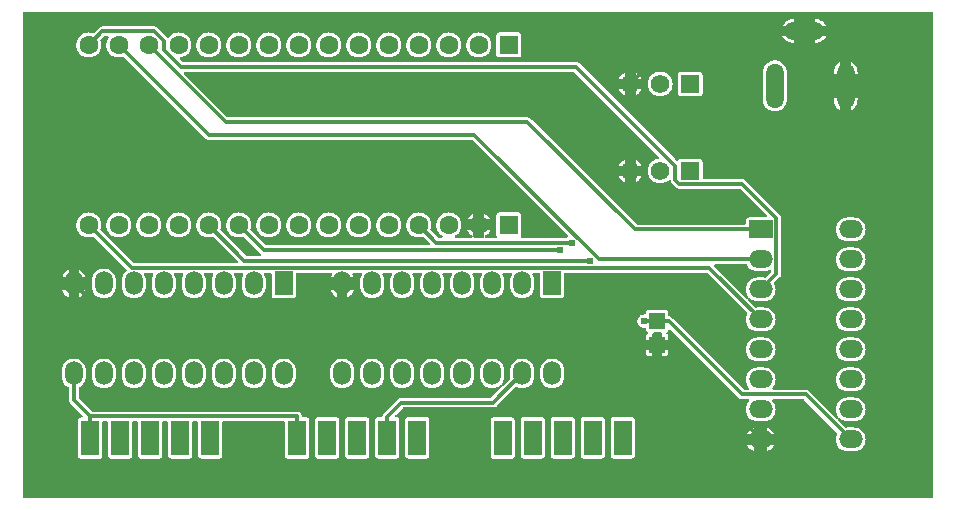
<source format=gtl>
G04 Layer: TopLayer*
G04 EasyEDA v6.5.22, 2023-03-31 14:54:23*
G04 d3f0f356f32e465d957ef3f0493f5931,4db1f7442a1f4f30bb2da465e00f2567,10*
G04 Gerber Generator version 0.2*
G04 Scale: 100 percent, Rotated: No, Reflected: No *
G04 Dimensions in millimeters *
G04 leading zeros omitted , absolute positions ,4 integer and 5 decimal *
%FSLAX45Y45*%
%MOMM*%

%AMMACRO1*21,1,$1,$2,0,0,$3*%
%ADD10C,0.3000*%
%ADD11MACRO1,1.35X1.41X0.0000*%
%ADD12R,1.3500X1.4100*%
%ADD13R,1.5240X3.0000*%
%ADD14O,1.499997X3.7999924*%
%ADD15O,3.3999932X1.499997*%
%ADD16R,1.5748X1.5748*%
%ADD17C,1.5748*%
%ADD18R,1.6000X1.6000*%
%ADD19C,1.6000*%
%ADD20O,1.499997X1.9999959999999999*%
%ADD21R,1.5000X2.0000*%
%ADD22O,1.9999959999999999X1.499997*%
%ADD23R,2.0000X1.5000*%
%ADD24C,0.6100*%
%ADD25C,0.0139*%

%LPD*%
G36*
X7503668Y8280908D02*
G01*
X7499756Y8281670D01*
X7496505Y8283905D01*
X7494270Y8287156D01*
X7493508Y8291068D01*
X7493508Y12384532D01*
X7494270Y12388443D01*
X7496505Y12391694D01*
X7499756Y12393930D01*
X7503668Y12394692D01*
X15189707Y12394692D01*
X15193619Y12393930D01*
X15196870Y12391694D01*
X15199106Y12388443D01*
X15199868Y12384532D01*
X15199868Y8291068D01*
X15199106Y8287156D01*
X15196870Y8283905D01*
X15193619Y8281670D01*
X15189707Y8280908D01*
G37*

%LPC*%
G36*
X11481358Y8611463D02*
G01*
X11632641Y8611463D01*
X11638940Y8612174D01*
X11644426Y8614105D01*
X11649303Y8617204D01*
X11653418Y8621268D01*
X11656466Y8626195D01*
X11658396Y8631631D01*
X11659108Y8637981D01*
X11659108Y8936837D01*
X11658396Y8943136D01*
X11656466Y8948623D01*
X11653418Y8953500D01*
X11649303Y8957614D01*
X11644426Y8960662D01*
X11638940Y8962593D01*
X11632641Y8963304D01*
X11481358Y8963304D01*
X11475059Y8962593D01*
X11469573Y8960662D01*
X11464696Y8957614D01*
X11460581Y8953500D01*
X11457533Y8948623D01*
X11455603Y8943136D01*
X11454892Y8936837D01*
X11454892Y8637981D01*
X11455603Y8631631D01*
X11457533Y8626195D01*
X11460581Y8621268D01*
X11464696Y8617204D01*
X11469573Y8614105D01*
X11475059Y8612174D01*
G37*
G36*
X7988858Y8611463D02*
G01*
X8140141Y8611463D01*
X8146440Y8612174D01*
X8151926Y8614105D01*
X8156803Y8617204D01*
X8160918Y8621268D01*
X8163966Y8626195D01*
X8165896Y8631631D01*
X8166608Y8637981D01*
X8166608Y8918752D01*
X8167370Y8922613D01*
X8169605Y8925915D01*
X8172907Y8928100D01*
X8176768Y8928912D01*
X8205978Y8928912D01*
X8209889Y8928100D01*
X8213140Y8925915D01*
X8215375Y8922613D01*
X8216138Y8918752D01*
X8216138Y8639962D01*
X8216849Y8633663D01*
X8218779Y8628176D01*
X8221827Y8623300D01*
X8225942Y8619185D01*
X8230819Y8616086D01*
X8236305Y8614206D01*
X8242604Y8613495D01*
X8393887Y8613495D01*
X8400186Y8614206D01*
X8405672Y8616086D01*
X8410549Y8619185D01*
X8414664Y8623300D01*
X8417712Y8628176D01*
X8419642Y8633663D01*
X8420354Y8639962D01*
X8420354Y8918752D01*
X8421116Y8922613D01*
X8423351Y8925915D01*
X8426602Y8928100D01*
X8430514Y8928912D01*
X8459978Y8928912D01*
X8463889Y8928100D01*
X8467140Y8925915D01*
X8469376Y8922613D01*
X8470138Y8918752D01*
X8470138Y8639962D01*
X8470849Y8633663D01*
X8472779Y8628176D01*
X8475827Y8623300D01*
X8479942Y8619185D01*
X8484819Y8616086D01*
X8490305Y8614206D01*
X8496604Y8613495D01*
X8647887Y8613495D01*
X8654186Y8614206D01*
X8659672Y8616086D01*
X8664549Y8619185D01*
X8668664Y8623300D01*
X8671712Y8628176D01*
X8673642Y8633663D01*
X8674354Y8639962D01*
X8674354Y8918752D01*
X8675116Y8922613D01*
X8677351Y8925915D01*
X8680602Y8928100D01*
X8684514Y8928912D01*
X8714232Y8928912D01*
X8718143Y8928100D01*
X8721394Y8925915D01*
X8723630Y8922613D01*
X8724392Y8918752D01*
X8724392Y8639962D01*
X8725103Y8633663D01*
X8727033Y8628176D01*
X8730081Y8623300D01*
X8734196Y8619185D01*
X8739073Y8616137D01*
X8744559Y8614206D01*
X8750858Y8613495D01*
X8902141Y8613495D01*
X8908440Y8614206D01*
X8913926Y8616137D01*
X8918803Y8619185D01*
X8922918Y8623300D01*
X8925966Y8628176D01*
X8927896Y8633663D01*
X8928608Y8639962D01*
X8928608Y8918752D01*
X8929370Y8922613D01*
X8931605Y8925915D01*
X8934856Y8928100D01*
X8938768Y8928912D01*
X8968232Y8928912D01*
X8972143Y8928100D01*
X8975394Y8925915D01*
X8977630Y8922613D01*
X8978392Y8918752D01*
X8978392Y8639962D01*
X8979103Y8633663D01*
X8981033Y8628176D01*
X8984081Y8623300D01*
X8988196Y8619185D01*
X8993073Y8616137D01*
X8998559Y8614206D01*
X9004858Y8613495D01*
X9156141Y8613495D01*
X9162440Y8614206D01*
X9167926Y8616137D01*
X9172803Y8619185D01*
X9176918Y8623300D01*
X9179966Y8628176D01*
X9181896Y8633663D01*
X9182608Y8639962D01*
X9182608Y8918752D01*
X9183370Y8922613D01*
X9185605Y8925915D01*
X9188856Y8928100D01*
X9192768Y8928912D01*
X9704832Y8928912D01*
X9708743Y8928100D01*
X9711994Y8925915D01*
X9714230Y8922613D01*
X9714992Y8918752D01*
X9714992Y8637981D01*
X9715703Y8631631D01*
X9717633Y8626195D01*
X9720681Y8621268D01*
X9724796Y8617204D01*
X9729673Y8614105D01*
X9735159Y8612174D01*
X9741458Y8611463D01*
X9892741Y8611463D01*
X9899040Y8612174D01*
X9904526Y8614105D01*
X9909403Y8617204D01*
X9913518Y8621268D01*
X9916566Y8626195D01*
X9918496Y8631631D01*
X9919208Y8637981D01*
X9919208Y8936837D01*
X9918496Y8943136D01*
X9916566Y8948623D01*
X9913518Y8953500D01*
X9909403Y8957614D01*
X9904526Y8960662D01*
X9899040Y8962593D01*
X9892741Y8963304D01*
X9867595Y8963304D01*
X9863937Y8963964D01*
X9860788Y8965946D01*
X9858502Y8968892D01*
X9857486Y8972448D01*
X9857181Y8975598D01*
X9854844Y8983268D01*
X9851085Y8990330D01*
X9845649Y8996883D01*
X9844176Y8998356D01*
X9837623Y9003792D01*
X9830562Y9007551D01*
X9822891Y9009888D01*
X9814407Y9010700D01*
X8087817Y9010700D01*
X8083956Y9011462D01*
X8080654Y9013698D01*
X7968691Y9125661D01*
X7966506Y9128963D01*
X7965694Y9132824D01*
X7965694Y9211106D01*
X7966405Y9214815D01*
X7968386Y9217964D01*
X7971383Y9220200D01*
X7975244Y9222130D01*
X7986217Y9229445D01*
X7996123Y9238183D01*
X8004860Y9248089D01*
X8012175Y9259062D01*
X8018018Y9270898D01*
X8022234Y9283395D01*
X8024825Y9296349D01*
X8025688Y9309811D01*
X8025688Y9359188D01*
X8024825Y9372650D01*
X8022234Y9385604D01*
X8018018Y9398101D01*
X8012175Y9409938D01*
X8004860Y9420910D01*
X7996123Y9430816D01*
X7986217Y9439554D01*
X7975244Y9446869D01*
X7963408Y9452711D01*
X7950911Y9456928D01*
X7937957Y9459518D01*
X7924800Y9460382D01*
X7911642Y9459518D01*
X7898688Y9456928D01*
X7886192Y9452711D01*
X7874355Y9446869D01*
X7863382Y9439554D01*
X7853476Y9430816D01*
X7844739Y9420910D01*
X7837424Y9409938D01*
X7831581Y9398101D01*
X7827365Y9385604D01*
X7824774Y9372650D01*
X7823911Y9359188D01*
X7823911Y9309811D01*
X7824774Y9296349D01*
X7827365Y9283395D01*
X7831581Y9270898D01*
X7837424Y9259062D01*
X7844739Y9248089D01*
X7853476Y9238183D01*
X7863382Y9229445D01*
X7874355Y9222130D01*
X7878216Y9220200D01*
X7881213Y9217964D01*
X7883194Y9214815D01*
X7883906Y9211106D01*
X7883906Y9112199D01*
X7884718Y9103715D01*
X7887055Y9096044D01*
X7890814Y9088983D01*
X7896250Y9082430D01*
X7998002Y8980627D01*
X8000187Y8977325D01*
X8000949Y8973464D01*
X8000187Y8969552D01*
X7998002Y8966250D01*
X7994700Y8964066D01*
X7990789Y8963304D01*
X7988858Y8963304D01*
X7982559Y8962593D01*
X7977073Y8960662D01*
X7972196Y8957614D01*
X7968081Y8953500D01*
X7965033Y8948623D01*
X7963103Y8943136D01*
X7962392Y8936837D01*
X7962392Y8637981D01*
X7963103Y8631631D01*
X7965033Y8626195D01*
X7968081Y8621268D01*
X7972196Y8617204D01*
X7977073Y8614105D01*
X7982559Y8612174D01*
G37*
G36*
X12243358Y8613495D02*
G01*
X12394641Y8613495D01*
X12400940Y8614206D01*
X12406426Y8616137D01*
X12411303Y8619185D01*
X12415418Y8623300D01*
X12418466Y8628176D01*
X12420396Y8633663D01*
X12421108Y8639962D01*
X12421108Y8938818D01*
X12420396Y8945168D01*
X12418466Y8950604D01*
X12415418Y8955532D01*
X12411303Y8959596D01*
X12406426Y8962694D01*
X12400940Y8964574D01*
X12394641Y8965285D01*
X12243358Y8965285D01*
X12237059Y8964574D01*
X12231573Y8962694D01*
X12226696Y8959596D01*
X12222581Y8955532D01*
X12219533Y8950604D01*
X12217603Y8945168D01*
X12216892Y8938818D01*
X12216892Y8639962D01*
X12217603Y8633663D01*
X12219533Y8628176D01*
X12222581Y8623300D01*
X12226696Y8619185D01*
X12231573Y8616137D01*
X12237059Y8614206D01*
G37*
G36*
X10757458Y8613495D02*
G01*
X10908741Y8613495D01*
X10915040Y8614206D01*
X10920526Y8616137D01*
X10925403Y8619185D01*
X10929518Y8623300D01*
X10932566Y8628176D01*
X10934496Y8633663D01*
X10935208Y8639962D01*
X10935208Y8938818D01*
X10934496Y8945168D01*
X10932566Y8950604D01*
X10929518Y8955532D01*
X10925403Y8959596D01*
X10920526Y8962694D01*
X10915040Y8964574D01*
X10908741Y8965285D01*
X10757458Y8965285D01*
X10751159Y8964574D01*
X10745673Y8962694D01*
X10740796Y8959596D01*
X10736681Y8955532D01*
X10733633Y8950604D01*
X10731703Y8945168D01*
X10730992Y8938818D01*
X10730992Y8639962D01*
X10731703Y8633663D01*
X10733633Y8628176D01*
X10736681Y8623300D01*
X10740796Y8619185D01*
X10745673Y8616137D01*
X10751159Y8614206D01*
G37*
G36*
X9995204Y8613495D02*
G01*
X10146487Y8613495D01*
X10152786Y8614206D01*
X10158272Y8616086D01*
X10163149Y8619185D01*
X10167264Y8623300D01*
X10170312Y8628176D01*
X10172242Y8633663D01*
X10172954Y8639962D01*
X10172954Y8938818D01*
X10172242Y8945168D01*
X10170312Y8950604D01*
X10167264Y8955481D01*
X10163149Y8959596D01*
X10158272Y8962694D01*
X10152786Y8964574D01*
X10146487Y8965285D01*
X9995204Y8965285D01*
X9988905Y8964574D01*
X9983419Y8962694D01*
X9978542Y8959596D01*
X9974427Y8955481D01*
X9971379Y8950604D01*
X9969449Y8945168D01*
X9968738Y8938818D01*
X9968738Y8639962D01*
X9969449Y8633663D01*
X9971379Y8628176D01*
X9974427Y8623300D01*
X9978542Y8619185D01*
X9983419Y8616086D01*
X9988905Y8614206D01*
G37*
G36*
X11735104Y8613495D02*
G01*
X11886387Y8613495D01*
X11892686Y8614206D01*
X11898172Y8616086D01*
X11903049Y8619185D01*
X11907164Y8623300D01*
X11910212Y8628176D01*
X11912142Y8633663D01*
X11912854Y8639962D01*
X11912854Y8938818D01*
X11912142Y8945168D01*
X11910212Y8950604D01*
X11907164Y8955481D01*
X11903049Y8959596D01*
X11898172Y8962694D01*
X11892686Y8964574D01*
X11886387Y8965285D01*
X11735104Y8965285D01*
X11728805Y8964574D01*
X11723319Y8962694D01*
X11718442Y8959596D01*
X11714327Y8955481D01*
X11711279Y8950604D01*
X11709349Y8945168D01*
X11708638Y8938818D01*
X11708638Y8639962D01*
X11709349Y8633663D01*
X11711279Y8628176D01*
X11714327Y8623300D01*
X11718442Y8619185D01*
X11723319Y8616086D01*
X11728805Y8614206D01*
G37*
G36*
X11989104Y8613495D02*
G01*
X12140387Y8613495D01*
X12146686Y8614206D01*
X12152172Y8616086D01*
X12157049Y8619185D01*
X12161164Y8623300D01*
X12164212Y8628176D01*
X12166142Y8633663D01*
X12166854Y8639962D01*
X12166854Y8938818D01*
X12166142Y8945168D01*
X12164212Y8950604D01*
X12161164Y8955481D01*
X12157049Y8959596D01*
X12152172Y8962694D01*
X12146686Y8964574D01*
X12140387Y8965285D01*
X11989104Y8965285D01*
X11982805Y8964574D01*
X11977319Y8962694D01*
X11972442Y8959596D01*
X11968327Y8955481D01*
X11965279Y8950604D01*
X11963349Y8945168D01*
X11962638Y8938818D01*
X11962638Y8639962D01*
X11963349Y8633663D01*
X11965279Y8628176D01*
X11968327Y8623300D01*
X11972442Y8619185D01*
X11977319Y8616086D01*
X11982805Y8614206D01*
G37*
G36*
X10249204Y8613495D02*
G01*
X10400487Y8613495D01*
X10406786Y8614206D01*
X10412272Y8616086D01*
X10417149Y8619185D01*
X10421264Y8623300D01*
X10424312Y8628176D01*
X10426242Y8633663D01*
X10426954Y8639962D01*
X10426954Y8938818D01*
X10426242Y8945168D01*
X10424312Y8950604D01*
X10421264Y8955481D01*
X10417149Y8959596D01*
X10412272Y8962694D01*
X10406786Y8964574D01*
X10400487Y8965285D01*
X10249204Y8965285D01*
X10242905Y8964574D01*
X10237419Y8962694D01*
X10232542Y8959596D01*
X10228427Y8955481D01*
X10225379Y8950604D01*
X10223449Y8945168D01*
X10222738Y8938818D01*
X10222738Y8639962D01*
X10223449Y8633663D01*
X10225379Y8628176D01*
X10228427Y8623300D01*
X10232542Y8619185D01*
X10237419Y8616086D01*
X10242905Y8614206D01*
G37*
G36*
X12497358Y8613495D02*
G01*
X12648641Y8613495D01*
X12654940Y8614206D01*
X12660426Y8616137D01*
X12665303Y8619185D01*
X12669418Y8623300D01*
X12672466Y8628176D01*
X12674396Y8633663D01*
X12675108Y8639962D01*
X12675108Y8938818D01*
X12674396Y8945168D01*
X12672466Y8950604D01*
X12669418Y8955532D01*
X12665303Y8959596D01*
X12660426Y8962694D01*
X12654940Y8964574D01*
X12648641Y8965285D01*
X12497358Y8965285D01*
X12491059Y8964574D01*
X12485573Y8962694D01*
X12480696Y8959596D01*
X12476581Y8955532D01*
X12473533Y8950604D01*
X12471603Y8945168D01*
X12470892Y8938818D01*
X12470892Y8639962D01*
X12471603Y8633663D01*
X12473533Y8628176D01*
X12476581Y8623300D01*
X12480696Y8619185D01*
X12485573Y8616137D01*
X12491059Y8614206D01*
G37*
G36*
X10503458Y8613495D02*
G01*
X10654741Y8613495D01*
X10661040Y8614206D01*
X10666526Y8616137D01*
X10671403Y8619185D01*
X10675518Y8623300D01*
X10678566Y8628176D01*
X10680496Y8633663D01*
X10681208Y8639962D01*
X10681208Y8938818D01*
X10680496Y8945168D01*
X10678566Y8950604D01*
X10675518Y8955532D01*
X10671403Y8959596D01*
X10666526Y8962694D01*
X10661040Y8964574D01*
X10655858Y8965184D01*
X10652201Y8966301D01*
X10649254Y8968638D01*
X10647375Y8971940D01*
X10646816Y8975648D01*
X10647680Y8979357D01*
X10649762Y8982456D01*
X10711484Y9044178D01*
X10714786Y9046362D01*
X10718647Y9047124D01*
X11475161Y9047124D01*
X11483594Y9047988D01*
X11491264Y9050274D01*
X11498326Y9054084D01*
X11504930Y9059468D01*
X11663781Y9218320D01*
X11667286Y9220606D01*
X11671401Y9221317D01*
X11675465Y9220250D01*
X11683492Y9216288D01*
X11695988Y9212072D01*
X11708942Y9209481D01*
X11722100Y9208617D01*
X11735257Y9209481D01*
X11748211Y9212072D01*
X11760708Y9216288D01*
X11772544Y9222130D01*
X11783517Y9229445D01*
X11793423Y9238183D01*
X11802160Y9248089D01*
X11809476Y9259062D01*
X11815318Y9270898D01*
X11819534Y9283395D01*
X11822125Y9296349D01*
X11822988Y9309811D01*
X11822988Y9359188D01*
X11822125Y9372650D01*
X11819534Y9385604D01*
X11815318Y9398101D01*
X11809476Y9409938D01*
X11802160Y9420910D01*
X11793423Y9430816D01*
X11783517Y9439554D01*
X11772544Y9446869D01*
X11760708Y9452711D01*
X11748211Y9456928D01*
X11735257Y9459518D01*
X11722100Y9460382D01*
X11708942Y9459518D01*
X11695988Y9456928D01*
X11683492Y9452711D01*
X11671655Y9446869D01*
X11660682Y9439554D01*
X11650776Y9430816D01*
X11642039Y9420910D01*
X11634724Y9409938D01*
X11628882Y9398101D01*
X11624665Y9385604D01*
X11622074Y9372650D01*
X11621211Y9359188D01*
X11621211Y9309811D01*
X11622024Y9297162D01*
X11621414Y9292945D01*
X11619077Y9289338D01*
X11555933Y9226194D01*
X11553190Y9224416D01*
X11551412Y9221673D01*
X11461699Y9131909D01*
X11458397Y9129725D01*
X11454485Y9128963D01*
X10698022Y9128963D01*
X10689539Y9128099D01*
X10681868Y9125813D01*
X10674807Y9122003D01*
X10668254Y9116618D01*
X10550550Y8998915D01*
X10545114Y8992311D01*
X10541355Y8985250D01*
X10539018Y8977579D01*
X10538714Y8974480D01*
X10537698Y8970924D01*
X10535412Y8967927D01*
X10532262Y8965996D01*
X10528604Y8965285D01*
X10503458Y8965285D01*
X10497159Y8964574D01*
X10491673Y8962694D01*
X10486796Y8959596D01*
X10482681Y8955532D01*
X10479633Y8950604D01*
X10477703Y8945168D01*
X10476992Y8938818D01*
X10476992Y8639962D01*
X10477703Y8633663D01*
X10479633Y8628176D01*
X10482681Y8623300D01*
X10486796Y8619185D01*
X10491673Y8616137D01*
X10497159Y8614206D01*
G37*
G36*
X14478711Y8674811D02*
G01*
X14528088Y8674811D01*
X14541550Y8675674D01*
X14554504Y8678265D01*
X14567001Y8682482D01*
X14578838Y8688324D01*
X14589810Y8695639D01*
X14599716Y8704376D01*
X14608454Y8714282D01*
X14615769Y8725255D01*
X14621611Y8737092D01*
X14625828Y8749588D01*
X14628418Y8762542D01*
X14629282Y8775700D01*
X14628418Y8788857D01*
X14625828Y8801811D01*
X14621611Y8814308D01*
X14615769Y8826144D01*
X14608454Y8837117D01*
X14599716Y8847023D01*
X14589810Y8855760D01*
X14578838Y8863076D01*
X14567001Y8868918D01*
X14554504Y8873134D01*
X14541550Y8875725D01*
X14528088Y8876588D01*
X14478711Y8876588D01*
X14466062Y8875776D01*
X14461845Y8876385D01*
X14458238Y8878722D01*
X14395094Y8941866D01*
X14393316Y8944610D01*
X14390573Y8946388D01*
X14151660Y9185249D01*
X14145107Y9190685D01*
X14138046Y9194444D01*
X14130375Y9196781D01*
X14121892Y9197594D01*
X13847216Y9197594D01*
X13843457Y9198356D01*
X13840206Y9200438D01*
X13837970Y9203588D01*
X13837056Y9207347D01*
X13837615Y9211157D01*
X13839596Y9214459D01*
X13846454Y9222282D01*
X13853769Y9233255D01*
X13859611Y9245092D01*
X13863828Y9257588D01*
X13866418Y9270542D01*
X13867282Y9283700D01*
X13866418Y9296857D01*
X13863828Y9309811D01*
X13859611Y9322308D01*
X13853769Y9334144D01*
X13846454Y9345117D01*
X13837716Y9355023D01*
X13827810Y9363760D01*
X13816838Y9371076D01*
X13805001Y9376918D01*
X13792504Y9381134D01*
X13779550Y9383725D01*
X13766088Y9384588D01*
X13716711Y9384588D01*
X13703249Y9383725D01*
X13690295Y9381134D01*
X13677798Y9376918D01*
X13665962Y9371076D01*
X13654989Y9363760D01*
X13645083Y9355023D01*
X13636345Y9345117D01*
X13629030Y9334144D01*
X13623188Y9322308D01*
X13618972Y9309811D01*
X13616381Y9296857D01*
X13615517Y9283700D01*
X13616381Y9270542D01*
X13618972Y9257588D01*
X13623188Y9245092D01*
X13629030Y9233255D01*
X13636345Y9222282D01*
X13643203Y9214459D01*
X13645184Y9211157D01*
X13645743Y9207347D01*
X13644829Y9203588D01*
X13642594Y9200438D01*
X13639342Y9198356D01*
X13635583Y9197594D01*
X13604697Y9197594D01*
X13600785Y9198356D01*
X13597483Y9200591D01*
X12992100Y9805974D01*
X12985546Y9811359D01*
X12978485Y9815169D01*
X12970814Y9817455D01*
X12967665Y9817760D01*
X12964109Y9818827D01*
X12961162Y9821062D01*
X12959181Y9824212D01*
X12958521Y9827869D01*
X12958521Y9847326D01*
X12957810Y9853676D01*
X12955879Y9859111D01*
X12952780Y9864039D01*
X12948716Y9868103D01*
X12943789Y9871202D01*
X12938353Y9873081D01*
X12932054Y9873792D01*
X12798145Y9873792D01*
X12791846Y9873081D01*
X12786410Y9871202D01*
X12781483Y9868103D01*
X12777419Y9864039D01*
X12774320Y9859111D01*
X12772390Y9853676D01*
X12771678Y9847326D01*
X12771678Y9843109D01*
X12770815Y9838994D01*
X12768376Y9835591D01*
X12764820Y9833457D01*
X12760655Y9833000D01*
X12751612Y9833762D01*
X12741808Y9832898D01*
X12732308Y9830358D01*
X12723418Y9826193D01*
X12715392Y9820605D01*
X12708432Y9813645D01*
X12702794Y9805568D01*
X12698628Y9796678D01*
X12696088Y9787178D01*
X12695224Y9777374D01*
X12696088Y9767620D01*
X12698628Y9758121D01*
X12702794Y9749231D01*
X12708432Y9741154D01*
X12715392Y9734194D01*
X12723418Y9728606D01*
X12732308Y9724440D01*
X12741808Y9721900D01*
X12751612Y9721037D01*
X12760655Y9721799D01*
X12764820Y9721342D01*
X12768376Y9719208D01*
X12770815Y9715804D01*
X12771678Y9711690D01*
X12771678Y9707473D01*
X12772390Y9701174D01*
X12774320Y9695688D01*
X12777419Y9690811D01*
X12781483Y9686696D01*
X12785547Y9683191D01*
X12787122Y9679432D01*
X12787122Y9675368D01*
X12785547Y9671608D01*
X12781483Y9668103D01*
X12777419Y9663988D01*
X12774320Y9659112D01*
X12772390Y9653625D01*
X12771678Y9647326D01*
X12771678Y9618980D01*
X12825018Y9618980D01*
X12825018Y9670846D01*
X12825780Y9674707D01*
X12827965Y9678009D01*
X12831267Y9680244D01*
X12835178Y9681006D01*
X12895021Y9681006D01*
X12898932Y9680244D01*
X12902234Y9678009D01*
X12904419Y9674707D01*
X12905181Y9670846D01*
X12905181Y9618980D01*
X12958521Y9618980D01*
X12958521Y9647326D01*
X12957810Y9653625D01*
X12955879Y9659112D01*
X12952780Y9663988D01*
X12948716Y9668103D01*
X12944652Y9671608D01*
X12943078Y9675368D01*
X12943078Y9679432D01*
X12944652Y9683191D01*
X12948716Y9686696D01*
X12952780Y9690811D01*
X12955879Y9695688D01*
X12958927Y9704882D01*
X12961264Y9707829D01*
X12964566Y9709708D01*
X12968274Y9710267D01*
X12971983Y9709404D01*
X12975082Y9707321D01*
X13554252Y9128150D01*
X13560856Y9122714D01*
X13567918Y9118955D01*
X13575588Y9116618D01*
X13584021Y9115806D01*
X13635583Y9115806D01*
X13639342Y9115044D01*
X13642594Y9112961D01*
X13644829Y9109811D01*
X13645743Y9106052D01*
X13645184Y9102242D01*
X13643203Y9098940D01*
X13636345Y9091117D01*
X13629030Y9080144D01*
X13623188Y9068308D01*
X13618972Y9055811D01*
X13616381Y9042857D01*
X13615517Y9029700D01*
X13616381Y9016542D01*
X13618972Y9003588D01*
X13623188Y8991092D01*
X13629030Y8979255D01*
X13636345Y8968282D01*
X13645083Y8958376D01*
X13654989Y8949639D01*
X13665962Y8942324D01*
X13677798Y8936482D01*
X13690295Y8932265D01*
X13703249Y8929674D01*
X13716711Y8928811D01*
X13766088Y8928811D01*
X13779550Y8929674D01*
X13792504Y8932265D01*
X13805001Y8936482D01*
X13816838Y8942324D01*
X13827810Y8949639D01*
X13837716Y8958376D01*
X13846454Y8968282D01*
X13853769Y8979255D01*
X13859611Y8991092D01*
X13863828Y9003588D01*
X13866418Y9016542D01*
X13867282Y9029700D01*
X13866418Y9042857D01*
X13863828Y9055811D01*
X13859611Y9068308D01*
X13853769Y9080144D01*
X13846454Y9091117D01*
X13839596Y9098940D01*
X13837615Y9102242D01*
X13837056Y9106052D01*
X13837970Y9109811D01*
X13840206Y9112961D01*
X13843457Y9115044D01*
X13847216Y9115806D01*
X14101267Y9115806D01*
X14105128Y9114993D01*
X14108430Y9112808D01*
X14387220Y8834018D01*
X14389506Y8830513D01*
X14390217Y8826398D01*
X14389150Y8822334D01*
X14385188Y8814308D01*
X14380972Y8801811D01*
X14378381Y8788857D01*
X14377517Y8775700D01*
X14378381Y8762542D01*
X14380972Y8749588D01*
X14385188Y8737092D01*
X14391030Y8725255D01*
X14398345Y8714282D01*
X14407083Y8704376D01*
X14416989Y8695639D01*
X14427962Y8688324D01*
X14439798Y8682482D01*
X14452295Y8678265D01*
X14465249Y8675674D01*
G37*
G36*
X13685062Y8680043D02*
G01*
X13685062Y8731859D01*
X13625779Y8731859D01*
X13629030Y8725255D01*
X13636345Y8714282D01*
X13645083Y8704376D01*
X13654989Y8695639D01*
X13665962Y8688324D01*
X13677798Y8682482D01*
G37*
G36*
X13797737Y8680043D02*
G01*
X13805001Y8682482D01*
X13816838Y8688324D01*
X13827810Y8695639D01*
X13837716Y8704376D01*
X13846454Y8714282D01*
X13853769Y8725255D01*
X13857020Y8731859D01*
X13797737Y8731859D01*
G37*
G36*
X13797737Y8819540D02*
G01*
X13857020Y8819540D01*
X13853769Y8826144D01*
X13846454Y8837117D01*
X13837716Y8847023D01*
X13827810Y8855760D01*
X13816838Y8863076D01*
X13805001Y8868918D01*
X13797737Y8871356D01*
G37*
G36*
X13625779Y8819540D02*
G01*
X13685062Y8819540D01*
X13685062Y8871356D01*
X13677798Y8868918D01*
X13665962Y8863076D01*
X13654989Y8855760D01*
X13645083Y8847023D01*
X13636345Y8837117D01*
X13629030Y8826144D01*
G37*
G36*
X14478711Y8928811D02*
G01*
X14528088Y8928811D01*
X14541550Y8929674D01*
X14554504Y8932265D01*
X14567001Y8936482D01*
X14578838Y8942324D01*
X14589810Y8949639D01*
X14599716Y8958376D01*
X14608454Y8968282D01*
X14615769Y8979255D01*
X14621611Y8991092D01*
X14625828Y9003588D01*
X14628418Y9016542D01*
X14629282Y9029700D01*
X14628418Y9042857D01*
X14625828Y9055811D01*
X14621611Y9068308D01*
X14615769Y9080144D01*
X14608454Y9091117D01*
X14599716Y9101023D01*
X14589810Y9109760D01*
X14578838Y9117076D01*
X14567001Y9122918D01*
X14554504Y9127134D01*
X14541550Y9129725D01*
X14528088Y9130588D01*
X14478711Y9130588D01*
X14465249Y9129725D01*
X14452295Y9127134D01*
X14439798Y9122918D01*
X14427962Y9117076D01*
X14416989Y9109760D01*
X14407083Y9101023D01*
X14398345Y9091117D01*
X14391030Y9080144D01*
X14385188Y9068308D01*
X14380972Y9055811D01*
X14378381Y9042857D01*
X14377517Y9029700D01*
X14378381Y9016542D01*
X14380972Y9003588D01*
X14385188Y8991092D01*
X14391030Y8979255D01*
X14398345Y8968282D01*
X14405406Y8960256D01*
X14406676Y8957970D01*
X14408962Y8956700D01*
X14416989Y8949639D01*
X14427962Y8942324D01*
X14439798Y8936482D01*
X14452295Y8932265D01*
X14465249Y8929674D01*
G37*
G36*
X14478711Y9182811D02*
G01*
X14528088Y9182811D01*
X14541550Y9183674D01*
X14554504Y9186265D01*
X14567001Y9190482D01*
X14578838Y9196324D01*
X14589810Y9203639D01*
X14599716Y9212376D01*
X14608454Y9222282D01*
X14615769Y9233255D01*
X14621611Y9245092D01*
X14625828Y9257588D01*
X14628418Y9270542D01*
X14629282Y9283700D01*
X14628418Y9296857D01*
X14625828Y9309811D01*
X14621611Y9322308D01*
X14615769Y9334144D01*
X14608454Y9345117D01*
X14599716Y9355023D01*
X14589810Y9363760D01*
X14578838Y9371076D01*
X14567001Y9376918D01*
X14554504Y9381134D01*
X14541550Y9383725D01*
X14528088Y9384588D01*
X14478711Y9384588D01*
X14465249Y9383725D01*
X14452295Y9381134D01*
X14439798Y9376918D01*
X14427962Y9371076D01*
X14416989Y9363760D01*
X14407083Y9355023D01*
X14398345Y9345117D01*
X14391030Y9334144D01*
X14385188Y9322308D01*
X14380972Y9309811D01*
X14378381Y9296857D01*
X14377517Y9283700D01*
X14378381Y9270542D01*
X14380972Y9257588D01*
X14385188Y9245092D01*
X14391030Y9233255D01*
X14398345Y9222282D01*
X14407083Y9212376D01*
X14416989Y9203639D01*
X14427962Y9196324D01*
X14439798Y9190482D01*
X14452295Y9186265D01*
X14465249Y9183674D01*
G37*
G36*
X11214100Y9208617D02*
G01*
X11227257Y9209481D01*
X11240211Y9212072D01*
X11252708Y9216288D01*
X11264544Y9222130D01*
X11275517Y9229445D01*
X11285423Y9238183D01*
X11294160Y9248089D01*
X11301476Y9259062D01*
X11307318Y9270898D01*
X11311534Y9283395D01*
X11314125Y9296349D01*
X11314988Y9309811D01*
X11314988Y9359188D01*
X11314125Y9372650D01*
X11311534Y9385604D01*
X11307318Y9398101D01*
X11301476Y9409938D01*
X11294160Y9420910D01*
X11285423Y9430816D01*
X11275517Y9439554D01*
X11264544Y9446869D01*
X11252708Y9452711D01*
X11240211Y9456928D01*
X11227257Y9459518D01*
X11214100Y9460382D01*
X11200942Y9459518D01*
X11187988Y9456928D01*
X11175492Y9452711D01*
X11163655Y9446869D01*
X11152682Y9439554D01*
X11142776Y9430816D01*
X11134039Y9420910D01*
X11126724Y9409938D01*
X11120882Y9398101D01*
X11116665Y9385604D01*
X11114074Y9372650D01*
X11113211Y9359188D01*
X11113211Y9309811D01*
X11114074Y9296349D01*
X11116665Y9283395D01*
X11120882Y9270898D01*
X11126724Y9259062D01*
X11134039Y9248089D01*
X11142776Y9238183D01*
X11152682Y9229445D01*
X11163655Y9222130D01*
X11175492Y9216288D01*
X11187988Y9212072D01*
X11200942Y9209481D01*
G37*
G36*
X8686800Y9208617D02*
G01*
X8699957Y9209481D01*
X8712911Y9212072D01*
X8725408Y9216288D01*
X8737244Y9222130D01*
X8748217Y9229445D01*
X8758123Y9238183D01*
X8766860Y9248089D01*
X8774176Y9259062D01*
X8780018Y9270898D01*
X8784234Y9283395D01*
X8786825Y9296349D01*
X8787688Y9309811D01*
X8787688Y9359188D01*
X8786825Y9372650D01*
X8784234Y9385604D01*
X8780018Y9398101D01*
X8774176Y9409938D01*
X8766860Y9420910D01*
X8758123Y9430816D01*
X8748217Y9439554D01*
X8737244Y9446869D01*
X8725408Y9452711D01*
X8712911Y9456928D01*
X8699957Y9459518D01*
X8686800Y9460382D01*
X8673642Y9459518D01*
X8660688Y9456928D01*
X8648192Y9452711D01*
X8636355Y9446869D01*
X8625382Y9439554D01*
X8615476Y9430816D01*
X8606739Y9420910D01*
X8599424Y9409938D01*
X8593582Y9398101D01*
X8589365Y9385604D01*
X8586774Y9372650D01*
X8585911Y9359188D01*
X8585911Y9309811D01*
X8586774Y9296349D01*
X8589365Y9283395D01*
X8593582Y9270898D01*
X8599424Y9259062D01*
X8606739Y9248089D01*
X8615476Y9238183D01*
X8625382Y9229445D01*
X8636355Y9222130D01*
X8648192Y9216288D01*
X8660688Y9212072D01*
X8673642Y9209481D01*
G37*
G36*
X10960100Y9208617D02*
G01*
X10973257Y9209481D01*
X10986211Y9212072D01*
X10998708Y9216288D01*
X11010544Y9222130D01*
X11021517Y9229445D01*
X11031423Y9238183D01*
X11040160Y9248089D01*
X11047476Y9259062D01*
X11053318Y9270898D01*
X11057534Y9283395D01*
X11060125Y9296349D01*
X11060988Y9309811D01*
X11060988Y9359188D01*
X11060125Y9372650D01*
X11057534Y9385604D01*
X11053318Y9398101D01*
X11047476Y9409938D01*
X11040160Y9420910D01*
X11031423Y9430816D01*
X11021517Y9439554D01*
X11010544Y9446869D01*
X10998708Y9452711D01*
X10986211Y9456928D01*
X10973257Y9459518D01*
X10960100Y9460382D01*
X10946942Y9459518D01*
X10933988Y9456928D01*
X10921492Y9452711D01*
X10909655Y9446869D01*
X10898682Y9439554D01*
X10888776Y9430816D01*
X10880039Y9420910D01*
X10872724Y9409938D01*
X10866882Y9398101D01*
X10862665Y9385604D01*
X10860074Y9372650D01*
X10859211Y9359188D01*
X10859211Y9309811D01*
X10860074Y9296349D01*
X10862665Y9283395D01*
X10866882Y9270898D01*
X10872724Y9259062D01*
X10880039Y9248089D01*
X10888776Y9238183D01*
X10898682Y9229445D01*
X10909655Y9222130D01*
X10921492Y9216288D01*
X10933988Y9212072D01*
X10946942Y9209481D01*
G37*
G36*
X8940800Y9208617D02*
G01*
X8953957Y9209481D01*
X8966911Y9212072D01*
X8979408Y9216288D01*
X8991244Y9222130D01*
X9002217Y9229445D01*
X9012123Y9238183D01*
X9020860Y9248089D01*
X9028176Y9259062D01*
X9034018Y9270898D01*
X9038234Y9283395D01*
X9040825Y9296349D01*
X9041688Y9309811D01*
X9041688Y9359188D01*
X9040825Y9372650D01*
X9038234Y9385604D01*
X9034018Y9398101D01*
X9028176Y9409938D01*
X9020860Y9420910D01*
X9012123Y9430816D01*
X9002217Y9439554D01*
X8991244Y9446869D01*
X8979408Y9452711D01*
X8966911Y9456928D01*
X8953957Y9459518D01*
X8940800Y9460382D01*
X8927642Y9459518D01*
X8914688Y9456928D01*
X8902192Y9452711D01*
X8890355Y9446869D01*
X8879382Y9439554D01*
X8869476Y9430816D01*
X8860739Y9420910D01*
X8853424Y9409938D01*
X8847582Y9398101D01*
X8843365Y9385604D01*
X8840774Y9372650D01*
X8839911Y9359188D01*
X8839911Y9309811D01*
X8840774Y9296349D01*
X8843365Y9283395D01*
X8847582Y9270898D01*
X8853424Y9259062D01*
X8860739Y9248089D01*
X8869476Y9238183D01*
X8879382Y9229445D01*
X8890355Y9222130D01*
X8902192Y9216288D01*
X8914688Y9212072D01*
X8927642Y9209481D01*
G37*
G36*
X8432800Y9208617D02*
G01*
X8445957Y9209481D01*
X8458911Y9212072D01*
X8471408Y9216288D01*
X8483244Y9222130D01*
X8494217Y9229445D01*
X8504123Y9238183D01*
X8512860Y9248089D01*
X8520176Y9259062D01*
X8526018Y9270898D01*
X8530234Y9283395D01*
X8532825Y9296349D01*
X8533688Y9309811D01*
X8533688Y9359188D01*
X8532825Y9372650D01*
X8530234Y9385604D01*
X8526018Y9398101D01*
X8520176Y9409938D01*
X8512860Y9420910D01*
X8504123Y9430816D01*
X8494217Y9439554D01*
X8483244Y9446869D01*
X8471408Y9452711D01*
X8458911Y9456928D01*
X8445957Y9459518D01*
X8432800Y9460382D01*
X8419642Y9459518D01*
X8406688Y9456928D01*
X8394192Y9452711D01*
X8382355Y9446869D01*
X8371382Y9439554D01*
X8361476Y9430816D01*
X8352739Y9420910D01*
X8345424Y9409938D01*
X8339581Y9398101D01*
X8335365Y9385604D01*
X8332774Y9372650D01*
X8331911Y9359188D01*
X8331911Y9309811D01*
X8332774Y9296349D01*
X8335365Y9283395D01*
X8339581Y9270898D01*
X8345424Y9259062D01*
X8352739Y9248089D01*
X8361476Y9238183D01*
X8371382Y9229445D01*
X8382355Y9222130D01*
X8394192Y9216288D01*
X8406688Y9212072D01*
X8419642Y9209481D01*
G37*
G36*
X10706100Y9208617D02*
G01*
X10719257Y9209481D01*
X10732211Y9212072D01*
X10744708Y9216288D01*
X10756544Y9222130D01*
X10767517Y9229445D01*
X10777423Y9238183D01*
X10786160Y9248089D01*
X10793476Y9259062D01*
X10799318Y9270898D01*
X10803534Y9283395D01*
X10806125Y9296349D01*
X10806988Y9309811D01*
X10806988Y9359188D01*
X10806125Y9372650D01*
X10803534Y9385604D01*
X10799318Y9398101D01*
X10793476Y9409938D01*
X10786160Y9420910D01*
X10777423Y9430816D01*
X10767517Y9439554D01*
X10756544Y9446869D01*
X10744708Y9452711D01*
X10732211Y9456928D01*
X10719257Y9459518D01*
X10706100Y9460382D01*
X10692942Y9459518D01*
X10679988Y9456928D01*
X10667492Y9452711D01*
X10655655Y9446869D01*
X10644682Y9439554D01*
X10634776Y9430816D01*
X10626039Y9420910D01*
X10618724Y9409938D01*
X10612882Y9398101D01*
X10608665Y9385604D01*
X10606074Y9372650D01*
X10605211Y9359188D01*
X10605211Y9309811D01*
X10606074Y9296349D01*
X10608665Y9283395D01*
X10612882Y9270898D01*
X10618724Y9259062D01*
X10626039Y9248089D01*
X10634776Y9238183D01*
X10644682Y9229445D01*
X10655655Y9222130D01*
X10667492Y9216288D01*
X10679988Y9212072D01*
X10692942Y9209481D01*
G37*
G36*
X9194800Y9208617D02*
G01*
X9207957Y9209481D01*
X9220911Y9212072D01*
X9233408Y9216288D01*
X9245244Y9222130D01*
X9256217Y9229445D01*
X9266123Y9238183D01*
X9274860Y9248089D01*
X9282176Y9259062D01*
X9288018Y9270898D01*
X9292234Y9283395D01*
X9294825Y9296349D01*
X9295688Y9309811D01*
X9295688Y9359188D01*
X9294825Y9372650D01*
X9292234Y9385604D01*
X9288018Y9398101D01*
X9282176Y9409938D01*
X9274860Y9420910D01*
X9266123Y9430816D01*
X9256217Y9439554D01*
X9245244Y9446869D01*
X9233408Y9452711D01*
X9220911Y9456928D01*
X9207957Y9459518D01*
X9194800Y9460382D01*
X9181642Y9459518D01*
X9168688Y9456928D01*
X9156192Y9452711D01*
X9144355Y9446869D01*
X9133382Y9439554D01*
X9123476Y9430816D01*
X9114739Y9420910D01*
X9107424Y9409938D01*
X9101582Y9398101D01*
X9097365Y9385604D01*
X9094774Y9372650D01*
X9093911Y9359188D01*
X9093911Y9309811D01*
X9094774Y9296349D01*
X9097365Y9283395D01*
X9101582Y9270898D01*
X9107424Y9259062D01*
X9114739Y9248089D01*
X9123476Y9238183D01*
X9133382Y9229445D01*
X9144355Y9222130D01*
X9156192Y9216288D01*
X9168688Y9212072D01*
X9181642Y9209481D01*
G37*
G36*
X10452100Y9208617D02*
G01*
X10465257Y9209481D01*
X10478211Y9212072D01*
X10490708Y9216288D01*
X10502544Y9222130D01*
X10513517Y9229445D01*
X10523423Y9238183D01*
X10532160Y9248089D01*
X10539476Y9259062D01*
X10545318Y9270898D01*
X10549534Y9283395D01*
X10552125Y9296349D01*
X10552988Y9309811D01*
X10552988Y9359188D01*
X10552125Y9372650D01*
X10549534Y9385604D01*
X10545318Y9398101D01*
X10539476Y9409938D01*
X10532160Y9420910D01*
X10523423Y9430816D01*
X10513517Y9439554D01*
X10502544Y9446869D01*
X10490708Y9452711D01*
X10478211Y9456928D01*
X10465257Y9459518D01*
X10452100Y9460382D01*
X10438942Y9459518D01*
X10425988Y9456928D01*
X10413492Y9452711D01*
X10401655Y9446869D01*
X10390682Y9439554D01*
X10380776Y9430816D01*
X10372039Y9420910D01*
X10364724Y9409938D01*
X10358882Y9398101D01*
X10354665Y9385604D01*
X10352074Y9372650D01*
X10351211Y9359188D01*
X10351211Y9309811D01*
X10352074Y9296349D01*
X10354665Y9283395D01*
X10358882Y9270898D01*
X10364724Y9259062D01*
X10372039Y9248089D01*
X10380776Y9238183D01*
X10390682Y9229445D01*
X10401655Y9222130D01*
X10413492Y9216288D01*
X10425988Y9212072D01*
X10438942Y9209481D01*
G37*
G36*
X9448800Y9208617D02*
G01*
X9461957Y9209481D01*
X9474911Y9212072D01*
X9487408Y9216288D01*
X9499244Y9222130D01*
X9510217Y9229445D01*
X9520123Y9238183D01*
X9528860Y9248089D01*
X9536176Y9259062D01*
X9542018Y9270898D01*
X9546234Y9283395D01*
X9548825Y9296349D01*
X9549688Y9309811D01*
X9549688Y9359188D01*
X9548825Y9372650D01*
X9546234Y9385604D01*
X9542018Y9398101D01*
X9536176Y9409938D01*
X9528860Y9420910D01*
X9520123Y9430816D01*
X9510217Y9439554D01*
X9499244Y9446869D01*
X9487408Y9452711D01*
X9474911Y9456928D01*
X9461957Y9459518D01*
X9448800Y9460382D01*
X9435642Y9459518D01*
X9422688Y9456928D01*
X9410192Y9452711D01*
X9398355Y9446869D01*
X9387382Y9439554D01*
X9377476Y9430816D01*
X9368739Y9420910D01*
X9361424Y9409938D01*
X9355582Y9398101D01*
X9351365Y9385604D01*
X9348774Y9372650D01*
X9347911Y9359188D01*
X9347911Y9309811D01*
X9348774Y9296349D01*
X9351365Y9283395D01*
X9355582Y9270898D01*
X9361424Y9259062D01*
X9368739Y9248089D01*
X9377476Y9238183D01*
X9387382Y9229445D01*
X9398355Y9222130D01*
X9410192Y9216288D01*
X9422688Y9212072D01*
X9435642Y9209481D01*
G37*
G36*
X10198100Y9208617D02*
G01*
X10211257Y9209481D01*
X10224211Y9212072D01*
X10236708Y9216288D01*
X10248544Y9222130D01*
X10259517Y9229445D01*
X10269423Y9238183D01*
X10278160Y9248089D01*
X10285476Y9259062D01*
X10291318Y9270898D01*
X10295534Y9283395D01*
X10298125Y9296349D01*
X10298988Y9309811D01*
X10298988Y9359188D01*
X10298125Y9372650D01*
X10295534Y9385604D01*
X10291318Y9398101D01*
X10285476Y9409938D01*
X10278160Y9420910D01*
X10269423Y9430816D01*
X10259517Y9439554D01*
X10248544Y9446869D01*
X10236708Y9452711D01*
X10224211Y9456928D01*
X10211257Y9459518D01*
X10198100Y9460382D01*
X10184942Y9459518D01*
X10171988Y9456928D01*
X10159492Y9452711D01*
X10147655Y9446869D01*
X10136682Y9439554D01*
X10126776Y9430816D01*
X10118039Y9420910D01*
X10110724Y9409938D01*
X10104882Y9398101D01*
X10100665Y9385604D01*
X10098074Y9372650D01*
X10097211Y9359188D01*
X10097211Y9309811D01*
X10098074Y9296349D01*
X10100665Y9283395D01*
X10104882Y9270898D01*
X10110724Y9259062D01*
X10118039Y9248089D01*
X10126776Y9238183D01*
X10136682Y9229445D01*
X10147655Y9222130D01*
X10159492Y9216288D01*
X10171988Y9212072D01*
X10184942Y9209481D01*
G37*
G36*
X8178800Y9208617D02*
G01*
X8191957Y9209481D01*
X8204911Y9212072D01*
X8217408Y9216288D01*
X8229244Y9222130D01*
X8240217Y9229445D01*
X8250123Y9238183D01*
X8258860Y9248089D01*
X8266175Y9259062D01*
X8272018Y9270898D01*
X8276234Y9283395D01*
X8278825Y9296349D01*
X8279688Y9309811D01*
X8279688Y9359188D01*
X8278825Y9372650D01*
X8276234Y9385604D01*
X8272018Y9398101D01*
X8266175Y9409938D01*
X8258860Y9420910D01*
X8250123Y9430816D01*
X8240217Y9439554D01*
X8229244Y9446869D01*
X8217408Y9452711D01*
X8204911Y9456928D01*
X8191957Y9459518D01*
X8178800Y9460382D01*
X8165642Y9459518D01*
X8152688Y9456928D01*
X8140192Y9452711D01*
X8128355Y9446869D01*
X8117382Y9439554D01*
X8107476Y9430816D01*
X8098739Y9420910D01*
X8091424Y9409938D01*
X8085581Y9398101D01*
X8081365Y9385604D01*
X8078774Y9372650D01*
X8077911Y9359188D01*
X8077911Y9309811D01*
X8078774Y9296349D01*
X8081365Y9283395D01*
X8085581Y9270898D01*
X8091424Y9259062D01*
X8098739Y9248089D01*
X8107476Y9238183D01*
X8117382Y9229445D01*
X8128355Y9222130D01*
X8140192Y9216288D01*
X8152688Y9212072D01*
X8165642Y9209481D01*
G37*
G36*
X11468100Y9208617D02*
G01*
X11481257Y9209481D01*
X11494211Y9212072D01*
X11506708Y9216288D01*
X11518544Y9222130D01*
X11529517Y9229445D01*
X11537543Y9236506D01*
X11539829Y9237776D01*
X11541099Y9240062D01*
X11548160Y9248089D01*
X11555476Y9259062D01*
X11561318Y9270898D01*
X11565534Y9283395D01*
X11568125Y9296349D01*
X11568988Y9309811D01*
X11568988Y9359188D01*
X11568125Y9372650D01*
X11565534Y9385604D01*
X11561318Y9398101D01*
X11555476Y9409938D01*
X11548160Y9420910D01*
X11539423Y9430816D01*
X11529517Y9439554D01*
X11518544Y9446869D01*
X11506708Y9452711D01*
X11494211Y9456928D01*
X11481257Y9459518D01*
X11468100Y9460382D01*
X11454942Y9459518D01*
X11441988Y9456928D01*
X11429492Y9452711D01*
X11417655Y9446869D01*
X11406682Y9439554D01*
X11396776Y9430816D01*
X11388039Y9420910D01*
X11380724Y9409938D01*
X11374882Y9398101D01*
X11370665Y9385604D01*
X11368074Y9372650D01*
X11367211Y9359188D01*
X11367211Y9309811D01*
X11368074Y9296349D01*
X11370665Y9283395D01*
X11374882Y9270898D01*
X11380724Y9259062D01*
X11388039Y9248089D01*
X11396776Y9238183D01*
X11406682Y9229445D01*
X11417655Y9222130D01*
X11429492Y9216288D01*
X11441988Y9212072D01*
X11454942Y9209481D01*
G37*
G36*
X11976100Y9208617D02*
G01*
X11989257Y9209481D01*
X12002211Y9212072D01*
X12014708Y9216288D01*
X12026544Y9222130D01*
X12037517Y9229445D01*
X12047423Y9238183D01*
X12056160Y9248089D01*
X12063476Y9259062D01*
X12069318Y9270898D01*
X12073534Y9283395D01*
X12076125Y9296349D01*
X12076988Y9309811D01*
X12076988Y9359188D01*
X12076125Y9372650D01*
X12073534Y9385604D01*
X12069318Y9398101D01*
X12063476Y9409938D01*
X12056160Y9420910D01*
X12047423Y9430816D01*
X12037517Y9439554D01*
X12026544Y9446869D01*
X12014708Y9452711D01*
X12002211Y9456928D01*
X11989257Y9459518D01*
X11976100Y9460382D01*
X11962942Y9459518D01*
X11949988Y9456928D01*
X11937492Y9452711D01*
X11925655Y9446869D01*
X11914682Y9439554D01*
X11904776Y9430816D01*
X11896039Y9420910D01*
X11888724Y9409938D01*
X11882882Y9398101D01*
X11878665Y9385604D01*
X11876074Y9372650D01*
X11875211Y9359188D01*
X11875211Y9309811D01*
X11876074Y9296349D01*
X11878665Y9283395D01*
X11882882Y9270898D01*
X11888724Y9259062D01*
X11896039Y9248089D01*
X11904776Y9238183D01*
X11914682Y9229445D01*
X11925655Y9222130D01*
X11937492Y9216288D01*
X11949988Y9212072D01*
X11962942Y9209481D01*
G37*
G36*
X9702800Y9208617D02*
G01*
X9715957Y9209481D01*
X9728911Y9212072D01*
X9741408Y9216288D01*
X9753244Y9222130D01*
X9764217Y9229445D01*
X9774123Y9238183D01*
X9782860Y9248089D01*
X9790176Y9259062D01*
X9796018Y9270898D01*
X9800234Y9283395D01*
X9802825Y9296349D01*
X9803688Y9309811D01*
X9803688Y9359188D01*
X9802825Y9372650D01*
X9800234Y9385604D01*
X9796018Y9398101D01*
X9790176Y9409938D01*
X9782860Y9420910D01*
X9774123Y9430816D01*
X9764217Y9439554D01*
X9753244Y9446869D01*
X9741408Y9452711D01*
X9728911Y9456928D01*
X9715957Y9459518D01*
X9702800Y9460382D01*
X9689642Y9459518D01*
X9676688Y9456928D01*
X9664192Y9452711D01*
X9652355Y9446869D01*
X9641382Y9439554D01*
X9631476Y9430816D01*
X9622739Y9420910D01*
X9615424Y9409938D01*
X9609582Y9398101D01*
X9605365Y9385604D01*
X9602774Y9372650D01*
X9601911Y9359188D01*
X9601911Y9309811D01*
X9602774Y9296349D01*
X9605365Y9283395D01*
X9609582Y9270898D01*
X9615424Y9259062D01*
X9622739Y9248089D01*
X9631476Y9238183D01*
X9641382Y9229445D01*
X9652355Y9222130D01*
X9664192Y9216288D01*
X9676688Y9212072D01*
X9689642Y9209481D01*
G37*
G36*
X13716711Y9436811D02*
G01*
X13766088Y9436811D01*
X13779550Y9437674D01*
X13792504Y9440265D01*
X13805001Y9444482D01*
X13816838Y9450324D01*
X13827810Y9457639D01*
X13837716Y9466376D01*
X13846454Y9476282D01*
X13853769Y9487255D01*
X13859611Y9499092D01*
X13863828Y9511588D01*
X13866418Y9524542D01*
X13867282Y9537700D01*
X13866418Y9550857D01*
X13863828Y9563811D01*
X13859611Y9576308D01*
X13853769Y9588144D01*
X13846454Y9599117D01*
X13837716Y9609023D01*
X13827810Y9617760D01*
X13816838Y9625076D01*
X13805001Y9630918D01*
X13792504Y9635134D01*
X13779550Y9637725D01*
X13766088Y9638588D01*
X13716711Y9638588D01*
X13703249Y9637725D01*
X13690295Y9635134D01*
X13677798Y9630918D01*
X13665962Y9625076D01*
X13654989Y9617760D01*
X13645083Y9609023D01*
X13636345Y9599117D01*
X13629030Y9588144D01*
X13623188Y9576308D01*
X13618972Y9563811D01*
X13616381Y9550857D01*
X13615517Y9537700D01*
X13616381Y9524542D01*
X13618972Y9511588D01*
X13623188Y9499092D01*
X13629030Y9487255D01*
X13636345Y9476282D01*
X13645083Y9466376D01*
X13654989Y9457639D01*
X13665962Y9450324D01*
X13677798Y9444482D01*
X13690295Y9440265D01*
X13703249Y9437674D01*
G37*
G36*
X14478711Y9436811D02*
G01*
X14528088Y9436811D01*
X14541550Y9437674D01*
X14554504Y9440265D01*
X14567001Y9444482D01*
X14578838Y9450324D01*
X14589810Y9457639D01*
X14599716Y9466376D01*
X14608454Y9476282D01*
X14615769Y9487255D01*
X14621611Y9499092D01*
X14625828Y9511588D01*
X14628418Y9524542D01*
X14629282Y9537700D01*
X14628418Y9550857D01*
X14625828Y9563811D01*
X14621611Y9576308D01*
X14615769Y9588144D01*
X14608454Y9599117D01*
X14599716Y9609023D01*
X14589810Y9617760D01*
X14578838Y9625076D01*
X14567001Y9630918D01*
X14554504Y9635134D01*
X14541550Y9637725D01*
X14528088Y9638588D01*
X14478711Y9638588D01*
X14465249Y9637725D01*
X14452295Y9635134D01*
X14439798Y9630918D01*
X14427962Y9625076D01*
X14416989Y9617760D01*
X14407083Y9609023D01*
X14398345Y9599117D01*
X14391030Y9588144D01*
X14385188Y9576308D01*
X14380972Y9563811D01*
X14378381Y9550857D01*
X14377517Y9537700D01*
X14378381Y9524542D01*
X14380972Y9511588D01*
X14385188Y9499092D01*
X14391030Y9487255D01*
X14398345Y9476282D01*
X14407083Y9466376D01*
X14416989Y9457639D01*
X14427962Y9450324D01*
X14439798Y9444482D01*
X14452295Y9440265D01*
X14465249Y9437674D01*
G37*
G36*
X12798145Y9481007D02*
G01*
X12825018Y9481007D01*
X12825018Y9535820D01*
X12771678Y9535820D01*
X12771678Y9507474D01*
X12772390Y9501124D01*
X12774320Y9495688D01*
X12777419Y9490760D01*
X12781483Y9486696D01*
X12786410Y9483598D01*
X12791846Y9481718D01*
G37*
G36*
X12905181Y9481007D02*
G01*
X12932054Y9481007D01*
X12938353Y9481718D01*
X12943789Y9483598D01*
X12948716Y9486696D01*
X12952780Y9490760D01*
X12955879Y9495688D01*
X12957810Y9501124D01*
X12958521Y9507474D01*
X12958521Y9535820D01*
X12905181Y9535820D01*
G37*
G36*
X14478711Y9690811D02*
G01*
X14528088Y9690811D01*
X14541550Y9691674D01*
X14554504Y9694265D01*
X14567001Y9698482D01*
X14578838Y9704324D01*
X14589810Y9711639D01*
X14599716Y9720376D01*
X14608454Y9730282D01*
X14615769Y9741255D01*
X14621611Y9753092D01*
X14625828Y9765588D01*
X14628418Y9778542D01*
X14629282Y9791700D01*
X14628418Y9804857D01*
X14625828Y9817811D01*
X14621611Y9830308D01*
X14615769Y9842144D01*
X14608454Y9853117D01*
X14599716Y9863023D01*
X14589810Y9871760D01*
X14578838Y9879076D01*
X14567001Y9884918D01*
X14554504Y9889134D01*
X14541550Y9891725D01*
X14528088Y9892588D01*
X14478711Y9892588D01*
X14465249Y9891725D01*
X14452295Y9889134D01*
X14439798Y9884918D01*
X14427962Y9879076D01*
X14416989Y9871760D01*
X14407083Y9863023D01*
X14398345Y9853117D01*
X14391030Y9842144D01*
X14385188Y9830308D01*
X14380972Y9817811D01*
X14378381Y9804857D01*
X14377517Y9791700D01*
X14378381Y9778542D01*
X14380972Y9765588D01*
X14385188Y9753092D01*
X14391030Y9741255D01*
X14398345Y9730282D01*
X14407083Y9720376D01*
X14416989Y9711639D01*
X14427962Y9704324D01*
X14439798Y9698482D01*
X14452295Y9694265D01*
X14465249Y9691674D01*
G37*
G36*
X13716711Y9690811D02*
G01*
X13766088Y9690811D01*
X13779550Y9691674D01*
X13792504Y9694265D01*
X13805001Y9698482D01*
X13816838Y9704324D01*
X13827810Y9711639D01*
X13837716Y9720376D01*
X13846454Y9730282D01*
X13853769Y9741255D01*
X13859611Y9753092D01*
X13863828Y9765588D01*
X13866418Y9778542D01*
X13867282Y9791700D01*
X13866418Y9804857D01*
X13863828Y9817811D01*
X13859611Y9830308D01*
X13853769Y9842144D01*
X13846454Y9853117D01*
X13837716Y9863023D01*
X13827810Y9871760D01*
X13816838Y9879076D01*
X13805001Y9884918D01*
X13792504Y9889134D01*
X13779550Y9891725D01*
X13766088Y9892588D01*
X13716711Y9892588D01*
X13704062Y9891776D01*
X13699845Y9892385D01*
X13696238Y9894722D01*
X13633094Y9957866D01*
X13631316Y9960610D01*
X13628573Y9962388D01*
X13349528Y10241432D01*
X13347293Y10244734D01*
X13346531Y10248646D01*
X13347293Y10252506D01*
X13349528Y10255808D01*
X13352780Y10257993D01*
X13356691Y10258806D01*
X13618006Y10258806D01*
X13621715Y10258094D01*
X13624864Y10256113D01*
X13627100Y10253116D01*
X13629030Y10249255D01*
X13636345Y10238282D01*
X13645083Y10228376D01*
X13654989Y10219639D01*
X13665962Y10212324D01*
X13677798Y10206482D01*
X13690295Y10202265D01*
X13703249Y10199674D01*
X13716711Y10198811D01*
X13766088Y10198811D01*
X13779550Y10199674D01*
X13792504Y10202265D01*
X13805001Y10206482D01*
X13816228Y10212019D01*
X13820190Y10213086D01*
X13824254Y10212476D01*
X13827709Y10210292D01*
X13830046Y10206939D01*
X13830909Y10202926D01*
X13830909Y10197236D01*
X13830147Y10193375D01*
X13827912Y10190073D01*
X13786561Y10148722D01*
X13782954Y10146385D01*
X13778738Y10145776D01*
X13766088Y10146588D01*
X13716711Y10146588D01*
X13703249Y10145725D01*
X13690295Y10143134D01*
X13677798Y10138918D01*
X13665962Y10133076D01*
X13654989Y10125760D01*
X13645083Y10117023D01*
X13636345Y10107117D01*
X13629030Y10096144D01*
X13623188Y10084308D01*
X13618972Y10071811D01*
X13616381Y10058857D01*
X13615517Y10045700D01*
X13616381Y10032542D01*
X13618972Y10019588D01*
X13623188Y10007092D01*
X13629030Y9995255D01*
X13636345Y9984282D01*
X13643406Y9976256D01*
X13644676Y9973970D01*
X13646962Y9972700D01*
X13654989Y9965639D01*
X13665962Y9958324D01*
X13677798Y9952482D01*
X13690295Y9948265D01*
X13703249Y9945674D01*
X13716711Y9944811D01*
X13766088Y9944811D01*
X13779550Y9945674D01*
X13792504Y9948265D01*
X13805001Y9952482D01*
X13816838Y9958324D01*
X13827810Y9965639D01*
X13837716Y9974376D01*
X13846454Y9984282D01*
X13853769Y9995255D01*
X13859611Y10007092D01*
X13863828Y10019588D01*
X13866418Y10032542D01*
X13867282Y10045700D01*
X13866418Y10058857D01*
X13863828Y10071811D01*
X13859611Y10084308D01*
X13855649Y10092334D01*
X13854582Y10096398D01*
X13855293Y10100513D01*
X13857579Y10104018D01*
X13900353Y10146842D01*
X13905788Y10153396D01*
X13909548Y10160457D01*
X13911884Y10168128D01*
X13912697Y10176611D01*
X13912697Y10649864D01*
X13911884Y10658297D01*
X13909548Y10665968D01*
X13905788Y10673029D01*
X13900353Y10679633D01*
X13611555Y10968431D01*
X13604951Y10973866D01*
X13597890Y10977626D01*
X13590219Y10979962D01*
X13581786Y10980775D01*
X13259307Y10980775D01*
X13255396Y10981537D01*
X13252145Y10983772D01*
X13249910Y10987074D01*
X13249148Y10990935D01*
X13249148Y11127181D01*
X13248436Y11133480D01*
X13246506Y11138966D01*
X13243458Y11143843D01*
X13239343Y11147958D01*
X13234466Y11151006D01*
X13228980Y11152936D01*
X13222681Y11153648D01*
X13066318Y11153648D01*
X13060019Y11152936D01*
X13054533Y11151006D01*
X13049656Y11147958D01*
X13045541Y11143843D01*
X13043408Y11140440D01*
X13040969Y11137747D01*
X13037718Y11136122D01*
X13034111Y11135715D01*
X13030606Y11136579D01*
X13027609Y11138662D01*
X12207392Y11958878D01*
X12200788Y11964263D01*
X12193727Y11968073D01*
X12186056Y11970359D01*
X12177623Y11971223D01*
X8852966Y11971223D01*
X8849106Y11971985D01*
X8845804Y11974169D01*
X8825687Y11994337D01*
X8823299Y11997994D01*
X8822740Y12002312D01*
X8824010Y12006478D01*
X8826906Y12009729D01*
X8830868Y12011456D01*
X8841232Y12013539D01*
X8854338Y12017959D01*
X8866733Y12024106D01*
X8878265Y12031776D01*
X8888679Y12040920D01*
X8897823Y12051334D01*
X8905494Y12062866D01*
X8911640Y12075261D01*
X8916060Y12088418D01*
X8918803Y12101982D01*
X8919667Y12115800D01*
X8918803Y12129617D01*
X8916060Y12143232D01*
X8911640Y12156338D01*
X8905494Y12168733D01*
X8897823Y12180265D01*
X8888679Y12190679D01*
X8878265Y12199823D01*
X8866733Y12207494D01*
X8854338Y12213640D01*
X8841232Y12218060D01*
X8827617Y12220803D01*
X8813800Y12221667D01*
X8799982Y12220803D01*
X8786418Y12218060D01*
X8773261Y12213640D01*
X8760866Y12207494D01*
X8749334Y12199823D01*
X8738920Y12190679D01*
X8730132Y12180620D01*
X8726830Y12178131D01*
X8722817Y12177166D01*
X8718753Y12177877D01*
X8715298Y12180163D01*
X8634577Y12260884D01*
X8627973Y12266269D01*
X8620912Y12270079D01*
X8613241Y12272365D01*
X8604808Y12273229D01*
X8168792Y12273229D01*
X8160359Y12272365D01*
X8152688Y12270079D01*
X8145627Y12266269D01*
X8139023Y12260884D01*
X8096402Y12218212D01*
X8093303Y12216130D01*
X8089646Y12215266D01*
X8085937Y12215774D01*
X8079181Y12218060D01*
X8065617Y12220803D01*
X8051800Y12221667D01*
X8037982Y12220803D01*
X8024418Y12218060D01*
X8011261Y12213640D01*
X7998866Y12207494D01*
X7987334Y12199823D01*
X7976920Y12190679D01*
X7967776Y12180265D01*
X7960106Y12168733D01*
X7953959Y12156338D01*
X7949539Y12143181D01*
X7946796Y12129617D01*
X7945932Y12115800D01*
X7946796Y12101982D01*
X7949539Y12088418D01*
X7953959Y12075261D01*
X7960106Y12062866D01*
X7967776Y12051334D01*
X7976920Y12040920D01*
X7987334Y12031776D01*
X7998866Y12024106D01*
X8011261Y12017959D01*
X8024418Y12013539D01*
X8037982Y12010796D01*
X8051800Y12009932D01*
X8065617Y12010796D01*
X8079181Y12013539D01*
X8092338Y12017959D01*
X8104733Y12024106D01*
X8116265Y12031776D01*
X8126679Y12040920D01*
X8135823Y12051334D01*
X8143494Y12062866D01*
X8149640Y12075261D01*
X8154060Y12088418D01*
X8156803Y12101982D01*
X8157667Y12115800D01*
X8156803Y12129617D01*
X8154060Y12143181D01*
X8151774Y12149937D01*
X8151266Y12153646D01*
X8152130Y12157303D01*
X8154212Y12160402D01*
X8182254Y12188444D01*
X8185556Y12190628D01*
X8189468Y12191390D01*
X8210245Y12191390D01*
X8214461Y12190476D01*
X8217966Y12187834D01*
X8219998Y12184024D01*
X8220252Y12179655D01*
X8218678Y12175591D01*
X8214106Y12168733D01*
X8207959Y12156338D01*
X8203539Y12143232D01*
X8200847Y12129617D01*
X8199932Y12115800D01*
X8200847Y12101982D01*
X8203539Y12088418D01*
X8207959Y12075261D01*
X8214106Y12062866D01*
X8221776Y12051334D01*
X8230920Y12040920D01*
X8241334Y12031776D01*
X8252866Y12024106D01*
X8265261Y12017959D01*
X8278418Y12013539D01*
X8291982Y12010847D01*
X8305800Y12009932D01*
X8319617Y12010847D01*
X8333231Y12013539D01*
X8339937Y12015825D01*
X8343646Y12016333D01*
X8347303Y12015470D01*
X8350402Y12013387D01*
X9038539Y11325250D01*
X9045092Y11319814D01*
X9052153Y11316055D01*
X9059824Y11313718D01*
X9068308Y11312906D01*
X11296294Y11312906D01*
X11300206Y11312093D01*
X11303508Y11309908D01*
X12109856Y10503560D01*
X12112193Y10499852D01*
X12112752Y10495483D01*
X12111431Y10491317D01*
X12108484Y10488066D01*
X12104573Y10485323D01*
X12101830Y10484002D01*
X12098782Y10483494D01*
X11718747Y10483494D01*
X11714530Y10484408D01*
X11711076Y10486999D01*
X11708993Y10490758D01*
X11708688Y10495026D01*
X11710111Y10499090D01*
X11711076Y10500563D01*
X11713006Y10506049D01*
X11713718Y10512348D01*
X11713718Y10671251D01*
X11713006Y10677550D01*
X11711076Y10683036D01*
X11708028Y10687913D01*
X11703913Y10692028D01*
X11699036Y10695076D01*
X11693550Y10697006D01*
X11687251Y10697718D01*
X11528348Y10697718D01*
X11522049Y10697006D01*
X11516563Y10695076D01*
X11511686Y10692028D01*
X11507571Y10687913D01*
X11504523Y10683036D01*
X11502593Y10677550D01*
X11501882Y10671251D01*
X11501882Y10512348D01*
X11502593Y10506049D01*
X11504523Y10500563D01*
X11505488Y10499090D01*
X11506911Y10495026D01*
X11506606Y10490758D01*
X11504523Y10486999D01*
X11501069Y10484408D01*
X11496852Y10483494D01*
X11415420Y10483494D01*
X11411204Y10484408D01*
X11407749Y10486948D01*
X11405666Y10490708D01*
X11405311Y10494975D01*
X11406784Y10499039D01*
X11409781Y10502138D01*
X11418265Y10507776D01*
X11428679Y10516920D01*
X11437823Y10527334D01*
X11445494Y10538866D01*
X11448745Y10545470D01*
X11400129Y10545470D01*
X11400129Y10493654D01*
X11399367Y10489793D01*
X11397183Y10486491D01*
X11393881Y10484256D01*
X11389969Y10483494D01*
X11317630Y10483494D01*
X11313718Y10484256D01*
X11310416Y10486491D01*
X11308232Y10489793D01*
X11307470Y10493654D01*
X11307470Y10545470D01*
X11258854Y10545470D01*
X11262106Y10538866D01*
X11269776Y10527334D01*
X11278920Y10516920D01*
X11289334Y10507776D01*
X11297818Y10502138D01*
X11300815Y10499039D01*
X11302288Y10494975D01*
X11301933Y10490708D01*
X11299850Y10486948D01*
X11296396Y10484408D01*
X11292179Y10483494D01*
X11161369Y10483494D01*
X11157204Y10484408D01*
X11153749Y10486948D01*
X11151666Y10490708D01*
X11151311Y10494975D01*
X11152784Y10499039D01*
X11155730Y10502138D01*
X11164265Y10507776D01*
X11174679Y10516920D01*
X11183772Y10527334D01*
X11191494Y10538866D01*
X11197640Y10551261D01*
X11202060Y10564418D01*
X11204752Y10577982D01*
X11205667Y10591800D01*
X11204752Y10605617D01*
X11202060Y10619232D01*
X11197640Y10632338D01*
X11191494Y10644733D01*
X11183772Y10656265D01*
X11174679Y10666679D01*
X11164265Y10675823D01*
X11152733Y10683494D01*
X11140338Y10689640D01*
X11127181Y10694060D01*
X11113617Y10696803D01*
X11099800Y10697667D01*
X11085982Y10696803D01*
X11072368Y10694060D01*
X11059261Y10689640D01*
X11046866Y10683494D01*
X11035334Y10675823D01*
X11024920Y10666679D01*
X11015776Y10656265D01*
X11008106Y10644733D01*
X11001959Y10632338D01*
X10997539Y10619232D01*
X10994796Y10605617D01*
X10993882Y10591800D01*
X10994796Y10577982D01*
X10997539Y10564418D01*
X11001959Y10551261D01*
X11008106Y10538866D01*
X11015776Y10527334D01*
X11024920Y10516920D01*
X11035334Y10507776D01*
X11043818Y10502138D01*
X11046815Y10499039D01*
X11048288Y10494975D01*
X11047933Y10490708D01*
X11045850Y10486948D01*
X11042396Y10484408D01*
X11038179Y10483494D01*
X11016132Y10483494D01*
X11012271Y10484256D01*
X11008969Y10486491D01*
X10948212Y10547248D01*
X10946079Y10550347D01*
X10945215Y10554004D01*
X10945774Y10557713D01*
X10948009Y10564368D01*
X10950702Y10577931D01*
X10951616Y10591749D01*
X10950702Y10605566D01*
X10948009Y10619181D01*
X10943590Y10632287D01*
X10937443Y10644682D01*
X10929772Y10656214D01*
X10920628Y10666628D01*
X10910214Y10675772D01*
X10898682Y10683443D01*
X10886287Y10689590D01*
X10873130Y10694009D01*
X10859566Y10696752D01*
X10845749Y10697616D01*
X10831931Y10696752D01*
X10818317Y10694009D01*
X10805210Y10689590D01*
X10792815Y10683443D01*
X10781284Y10675772D01*
X10770870Y10666628D01*
X10761726Y10656214D01*
X10754055Y10644682D01*
X10747908Y10632287D01*
X10743488Y10619181D01*
X10740745Y10605566D01*
X10739882Y10591749D01*
X10740745Y10577931D01*
X10743488Y10564368D01*
X10747908Y10551210D01*
X10754055Y10538815D01*
X10761726Y10527284D01*
X10770870Y10516870D01*
X10781284Y10507726D01*
X10792815Y10500055D01*
X10805210Y10493908D01*
X10818317Y10489488D01*
X10831931Y10486796D01*
X10845749Y10485882D01*
X10859566Y10486796D01*
X10873130Y10489488D01*
X10879937Y10491774D01*
X10883646Y10492333D01*
X10887303Y10491470D01*
X10890402Y10489336D01*
X10940999Y10438739D01*
X10943183Y10435437D01*
X10943996Y10431576D01*
X10943183Y10427665D01*
X10940999Y10424363D01*
X10937697Y10422178D01*
X10933836Y10421416D01*
X9554260Y10421416D01*
X9550349Y10422178D01*
X9547047Y10424363D01*
X9424212Y10547248D01*
X9422079Y10550347D01*
X9421215Y10554004D01*
X9421774Y10557713D01*
X9424009Y10564368D01*
X9426702Y10577931D01*
X9427616Y10591749D01*
X9426702Y10605566D01*
X9424009Y10619181D01*
X9419590Y10632287D01*
X9413443Y10644682D01*
X9405772Y10656214D01*
X9396628Y10666628D01*
X9386214Y10675772D01*
X9374682Y10683443D01*
X9362287Y10689590D01*
X9349130Y10694009D01*
X9335566Y10696752D01*
X9321749Y10697616D01*
X9307931Y10696752D01*
X9294317Y10694009D01*
X9281210Y10689590D01*
X9268815Y10683443D01*
X9257284Y10675772D01*
X9246870Y10666628D01*
X9237726Y10656214D01*
X9230055Y10644682D01*
X9223908Y10632287D01*
X9219488Y10619181D01*
X9216745Y10605566D01*
X9215882Y10591749D01*
X9216745Y10577931D01*
X9219488Y10564368D01*
X9223908Y10551210D01*
X9230055Y10538815D01*
X9237726Y10527284D01*
X9246870Y10516870D01*
X9257284Y10507726D01*
X9268815Y10500055D01*
X9281210Y10493908D01*
X9294317Y10489488D01*
X9307931Y10486796D01*
X9321749Y10485882D01*
X9335566Y10486796D01*
X9349130Y10489488D01*
X9355937Y10491774D01*
X9359646Y10492333D01*
X9363303Y10491470D01*
X9366402Y10489336D01*
X9503816Y10351922D01*
X9507575Y10348823D01*
X9510166Y10345623D01*
X9511284Y10341660D01*
X9510674Y10337546D01*
X9508540Y10334040D01*
X9505188Y10331653D01*
X9501124Y10330840D01*
X9390837Y10330840D01*
X9386925Y10331602D01*
X9383623Y10333786D01*
X9170212Y10547248D01*
X9168130Y10550296D01*
X9167266Y10553954D01*
X9167774Y10557662D01*
X9170060Y10564418D01*
X9172752Y10577982D01*
X9173667Y10591800D01*
X9172752Y10605617D01*
X9170060Y10619232D01*
X9165640Y10632338D01*
X9159494Y10644733D01*
X9151823Y10656265D01*
X9142679Y10666679D01*
X9132265Y10675823D01*
X9120733Y10683494D01*
X9108338Y10689640D01*
X9095181Y10694060D01*
X9081617Y10696803D01*
X9067800Y10697667D01*
X9053982Y10696803D01*
X9040368Y10694060D01*
X9027261Y10689640D01*
X9014866Y10683494D01*
X9003334Y10675823D01*
X8992920Y10666679D01*
X8983776Y10656265D01*
X8976106Y10644733D01*
X8969959Y10632338D01*
X8965539Y10619232D01*
X8962796Y10605617D01*
X8961932Y10591800D01*
X8962796Y10577982D01*
X8965539Y10564418D01*
X8969959Y10551261D01*
X8976106Y10538866D01*
X8983776Y10527334D01*
X8992920Y10516920D01*
X9003334Y10507776D01*
X9014866Y10500106D01*
X9027261Y10493959D01*
X9040368Y10489539D01*
X9053982Y10486847D01*
X9067800Y10485932D01*
X9081617Y10486847D01*
X9095181Y10489539D01*
X9101937Y10491825D01*
X9105646Y10492333D01*
X9109303Y10491470D01*
X9112351Y10489387D01*
X9316618Y10285120D01*
X9318802Y10281818D01*
X9319615Y10277957D01*
X9318802Y10274046D01*
X9316618Y10270744D01*
X9313316Y10268559D01*
X9309455Y10267797D01*
X8437880Y10267797D01*
X8433968Y10268559D01*
X8430666Y10270744D01*
X8154212Y10547197D01*
X8152130Y10550296D01*
X8151266Y10553954D01*
X8151774Y10557662D01*
X8154060Y10564418D01*
X8156752Y10577982D01*
X8157667Y10591800D01*
X8156752Y10605617D01*
X8154060Y10619232D01*
X8149640Y10632338D01*
X8143494Y10644733D01*
X8135823Y10656265D01*
X8126679Y10666679D01*
X8116265Y10675823D01*
X8104733Y10683494D01*
X8092338Y10689640D01*
X8079181Y10694060D01*
X8065617Y10696803D01*
X8051800Y10697667D01*
X8037982Y10696803D01*
X8024368Y10694060D01*
X8011261Y10689640D01*
X7998866Y10683494D01*
X7987334Y10675823D01*
X7976920Y10666679D01*
X7967776Y10656265D01*
X7960106Y10644733D01*
X7953959Y10632338D01*
X7949539Y10619232D01*
X7946796Y10605617D01*
X7945932Y10591800D01*
X7946796Y10577982D01*
X7949539Y10564418D01*
X7953959Y10551261D01*
X7960106Y10538866D01*
X7967776Y10527334D01*
X7976920Y10516920D01*
X7987334Y10507776D01*
X7998866Y10500106D01*
X8011261Y10493959D01*
X8024368Y10489539D01*
X8037982Y10486847D01*
X8051800Y10485932D01*
X8065617Y10486847D01*
X8079181Y10489539D01*
X8085937Y10491825D01*
X8089646Y10492333D01*
X8093303Y10491470D01*
X8096402Y10489387D01*
X8370570Y10215219D01*
X8372805Y10211765D01*
X8373516Y10207701D01*
X8372551Y10203688D01*
X8370062Y10200386D01*
X8361476Y10192816D01*
X8352739Y10182910D01*
X8345424Y10171938D01*
X8339581Y10160101D01*
X8335365Y10147604D01*
X8332774Y10134650D01*
X8331911Y10121188D01*
X8331911Y10071811D01*
X8332774Y10058349D01*
X8335365Y10045395D01*
X8339581Y10032898D01*
X8345424Y10021062D01*
X8352739Y10010089D01*
X8361476Y10000183D01*
X8371382Y9991445D01*
X8382355Y9984130D01*
X8394192Y9978288D01*
X8406688Y9974072D01*
X8419642Y9971481D01*
X8432800Y9970617D01*
X8445957Y9971481D01*
X8458911Y9974072D01*
X8471408Y9978288D01*
X8483244Y9984130D01*
X8494217Y9991445D01*
X8504123Y10000183D01*
X8512860Y10010089D01*
X8520176Y10021062D01*
X8526018Y10032898D01*
X8530234Y10045395D01*
X8532825Y10058349D01*
X8533688Y10071811D01*
X8533688Y10121188D01*
X8532825Y10134650D01*
X8530234Y10147604D01*
X8526018Y10160101D01*
X8520480Y10171328D01*
X8519464Y10175290D01*
X8520074Y10179304D01*
X8522208Y10182809D01*
X8525560Y10185146D01*
X8529574Y10185958D01*
X8590026Y10185958D01*
X8594039Y10185146D01*
X8597392Y10182809D01*
X8599525Y10179304D01*
X8600135Y10175290D01*
X8599119Y10171328D01*
X8593582Y10160101D01*
X8589365Y10147604D01*
X8586774Y10134650D01*
X8585911Y10121188D01*
X8585911Y10071811D01*
X8586774Y10058349D01*
X8589365Y10045395D01*
X8593582Y10032898D01*
X8599424Y10021062D01*
X8606739Y10010089D01*
X8615476Y10000183D01*
X8625382Y9991445D01*
X8636355Y9984130D01*
X8648192Y9978288D01*
X8660688Y9974072D01*
X8673642Y9971481D01*
X8686800Y9970617D01*
X8699957Y9971481D01*
X8712911Y9974072D01*
X8725408Y9978288D01*
X8737244Y9984130D01*
X8748217Y9991445D01*
X8758123Y10000183D01*
X8766860Y10010089D01*
X8774176Y10021062D01*
X8780018Y10032898D01*
X8784234Y10045395D01*
X8786825Y10058349D01*
X8787688Y10071811D01*
X8787688Y10121188D01*
X8786825Y10134650D01*
X8784234Y10147604D01*
X8780018Y10160101D01*
X8774480Y10171328D01*
X8773464Y10175290D01*
X8774074Y10179304D01*
X8776208Y10182809D01*
X8779560Y10185146D01*
X8783574Y10185958D01*
X8844026Y10185958D01*
X8848039Y10185146D01*
X8851392Y10182809D01*
X8853525Y10179304D01*
X8854135Y10175290D01*
X8853119Y10171328D01*
X8847582Y10160101D01*
X8843365Y10147604D01*
X8840774Y10134650D01*
X8839911Y10121188D01*
X8839911Y10071811D01*
X8840774Y10058349D01*
X8843365Y10045395D01*
X8847582Y10032898D01*
X8853424Y10021062D01*
X8860739Y10010089D01*
X8869476Y10000183D01*
X8879382Y9991445D01*
X8890355Y9984130D01*
X8902192Y9978288D01*
X8914688Y9974072D01*
X8927642Y9971481D01*
X8940800Y9970617D01*
X8953957Y9971481D01*
X8966911Y9974072D01*
X8979408Y9978288D01*
X8991244Y9984130D01*
X9002217Y9991445D01*
X9012123Y10000183D01*
X9020860Y10010089D01*
X9028176Y10021062D01*
X9034018Y10032898D01*
X9038234Y10045395D01*
X9040825Y10058349D01*
X9041688Y10071811D01*
X9041688Y10121188D01*
X9040825Y10134650D01*
X9038234Y10147604D01*
X9034018Y10160101D01*
X9028480Y10171328D01*
X9027464Y10175290D01*
X9028074Y10179304D01*
X9030208Y10182809D01*
X9033560Y10185146D01*
X9037574Y10185958D01*
X9098026Y10185958D01*
X9102039Y10185146D01*
X9105392Y10182809D01*
X9107525Y10179304D01*
X9108135Y10175290D01*
X9107119Y10171328D01*
X9101582Y10160101D01*
X9097365Y10147604D01*
X9094774Y10134650D01*
X9093911Y10121188D01*
X9093911Y10071811D01*
X9094774Y10058349D01*
X9097365Y10045395D01*
X9101582Y10032898D01*
X9107424Y10021062D01*
X9114739Y10010089D01*
X9123476Y10000183D01*
X9133382Y9991445D01*
X9144355Y9984130D01*
X9156192Y9978288D01*
X9168688Y9974072D01*
X9181642Y9971481D01*
X9194800Y9970617D01*
X9207957Y9971481D01*
X9220911Y9974072D01*
X9233408Y9978288D01*
X9245244Y9984130D01*
X9256217Y9991445D01*
X9266123Y10000183D01*
X9274860Y10010089D01*
X9282176Y10021062D01*
X9288018Y10032898D01*
X9292234Y10045395D01*
X9294825Y10058349D01*
X9295688Y10071811D01*
X9295688Y10121188D01*
X9294825Y10134650D01*
X9292234Y10147604D01*
X9288018Y10160101D01*
X9282480Y10171328D01*
X9281464Y10175290D01*
X9282074Y10179304D01*
X9284208Y10182809D01*
X9287560Y10185146D01*
X9291574Y10185958D01*
X9352026Y10185958D01*
X9356039Y10185146D01*
X9359392Y10182809D01*
X9361525Y10179304D01*
X9362135Y10175290D01*
X9361119Y10171328D01*
X9355582Y10160101D01*
X9351365Y10147604D01*
X9348774Y10134650D01*
X9347911Y10121188D01*
X9347911Y10071811D01*
X9348774Y10058349D01*
X9351365Y10045395D01*
X9355582Y10032898D01*
X9361424Y10021062D01*
X9368739Y10010089D01*
X9377476Y10000183D01*
X9387382Y9991445D01*
X9398355Y9984130D01*
X9410192Y9978288D01*
X9422688Y9974072D01*
X9435642Y9971481D01*
X9448800Y9970617D01*
X9461957Y9971481D01*
X9474911Y9974072D01*
X9487408Y9978288D01*
X9499244Y9984130D01*
X9510217Y9991445D01*
X9520123Y10000183D01*
X9528860Y10010089D01*
X9536176Y10021062D01*
X9542018Y10032898D01*
X9546234Y10045395D01*
X9548825Y10058349D01*
X9549688Y10071811D01*
X9549688Y10121188D01*
X9548825Y10134650D01*
X9546234Y10147604D01*
X9542018Y10160101D01*
X9536480Y10171328D01*
X9535464Y10175290D01*
X9536074Y10179304D01*
X9538208Y10182809D01*
X9541560Y10185146D01*
X9545574Y10185958D01*
X9591751Y10185958D01*
X9595612Y10185196D01*
X9598914Y10183012D01*
X9601098Y10179710D01*
X9601911Y10175798D01*
X9601911Y9997084D01*
X9602622Y9990734D01*
X9604502Y9985298D01*
X9607600Y9980371D01*
X9611664Y9976307D01*
X9616592Y9973208D01*
X9622028Y9971328D01*
X9628378Y9970566D01*
X9777222Y9970566D01*
X9783572Y9971328D01*
X9789007Y9973208D01*
X9793935Y9976307D01*
X9797999Y9980371D01*
X9801098Y9985298D01*
X9802977Y9990734D01*
X9803688Y9997084D01*
X9803688Y10175798D01*
X9804501Y10179710D01*
X9806686Y10183012D01*
X9809988Y10185196D01*
X9813848Y10185958D01*
X10101326Y10185958D01*
X10105339Y10185146D01*
X10108692Y10182809D01*
X10110825Y10179304D01*
X10111435Y10175290D01*
X10110419Y10171328D01*
X10104882Y10160101D01*
X10102443Y10152837D01*
X10154259Y10152837D01*
X10154259Y10175798D01*
X10155021Y10179710D01*
X10157206Y10183012D01*
X10160508Y10185196D01*
X10164419Y10185958D01*
X10231780Y10185958D01*
X10235692Y10185196D01*
X10238994Y10183012D01*
X10241178Y10179710D01*
X10241940Y10175798D01*
X10241940Y10152837D01*
X10293756Y10152837D01*
X10291318Y10160101D01*
X10285780Y10171328D01*
X10284764Y10175290D01*
X10285374Y10179304D01*
X10287508Y10182809D01*
X10290860Y10185146D01*
X10294874Y10185958D01*
X10355326Y10185958D01*
X10359339Y10185146D01*
X10362692Y10182809D01*
X10364825Y10179304D01*
X10365435Y10175290D01*
X10364419Y10171328D01*
X10358882Y10160101D01*
X10354665Y10147604D01*
X10352074Y10134650D01*
X10351211Y10121188D01*
X10351211Y10071811D01*
X10352074Y10058349D01*
X10354665Y10045395D01*
X10358882Y10032898D01*
X10364724Y10021062D01*
X10372039Y10010089D01*
X10380776Y10000183D01*
X10390682Y9991445D01*
X10401655Y9984130D01*
X10413492Y9978288D01*
X10425988Y9974072D01*
X10438942Y9971481D01*
X10452100Y9970617D01*
X10465257Y9971481D01*
X10478211Y9974072D01*
X10490708Y9978288D01*
X10502544Y9984130D01*
X10513517Y9991445D01*
X10523423Y10000183D01*
X10532160Y10010089D01*
X10539476Y10021062D01*
X10545318Y10032898D01*
X10549534Y10045395D01*
X10552125Y10058349D01*
X10552988Y10071811D01*
X10552988Y10121188D01*
X10552125Y10134650D01*
X10549534Y10147604D01*
X10545318Y10160101D01*
X10539780Y10171328D01*
X10538764Y10175290D01*
X10539374Y10179304D01*
X10541508Y10182809D01*
X10544860Y10185146D01*
X10548874Y10185958D01*
X10609326Y10185958D01*
X10613339Y10185146D01*
X10616692Y10182809D01*
X10618825Y10179304D01*
X10619435Y10175290D01*
X10618419Y10171328D01*
X10612882Y10160101D01*
X10608665Y10147604D01*
X10606074Y10134650D01*
X10605211Y10121188D01*
X10605211Y10071811D01*
X10606074Y10058349D01*
X10608665Y10045395D01*
X10612882Y10032898D01*
X10618724Y10021062D01*
X10626039Y10010089D01*
X10634776Y10000183D01*
X10644682Y9991445D01*
X10655655Y9984130D01*
X10667492Y9978288D01*
X10679988Y9974072D01*
X10692942Y9971481D01*
X10706100Y9970617D01*
X10719257Y9971481D01*
X10732211Y9974072D01*
X10744708Y9978288D01*
X10756544Y9984130D01*
X10767517Y9991445D01*
X10777423Y10000183D01*
X10786160Y10010089D01*
X10793476Y10021062D01*
X10799318Y10032898D01*
X10803534Y10045395D01*
X10806125Y10058349D01*
X10806988Y10071811D01*
X10806988Y10121188D01*
X10806125Y10134650D01*
X10803534Y10147604D01*
X10799318Y10160101D01*
X10793780Y10171328D01*
X10792764Y10175290D01*
X10793374Y10179304D01*
X10795508Y10182809D01*
X10798860Y10185146D01*
X10802874Y10185958D01*
X10863326Y10185958D01*
X10867339Y10185146D01*
X10870692Y10182809D01*
X10872825Y10179304D01*
X10873435Y10175290D01*
X10872419Y10171328D01*
X10866882Y10160101D01*
X10862665Y10147604D01*
X10860074Y10134650D01*
X10859211Y10121188D01*
X10859211Y10071811D01*
X10860074Y10058349D01*
X10862665Y10045395D01*
X10866882Y10032898D01*
X10872724Y10021062D01*
X10880039Y10010089D01*
X10888776Y10000183D01*
X10898682Y9991445D01*
X10909655Y9984130D01*
X10921492Y9978288D01*
X10933988Y9974072D01*
X10946942Y9971481D01*
X10960100Y9970617D01*
X10973257Y9971481D01*
X10986211Y9974072D01*
X10998708Y9978288D01*
X11010544Y9984130D01*
X11021517Y9991445D01*
X11031423Y10000183D01*
X11040160Y10010089D01*
X11047476Y10021062D01*
X11053318Y10032898D01*
X11057534Y10045395D01*
X11060125Y10058349D01*
X11060988Y10071811D01*
X11060988Y10121188D01*
X11060125Y10134650D01*
X11057534Y10147604D01*
X11053318Y10160101D01*
X11047780Y10171328D01*
X11046764Y10175290D01*
X11047374Y10179304D01*
X11049508Y10182809D01*
X11052860Y10185146D01*
X11056874Y10185958D01*
X11117326Y10185958D01*
X11121339Y10185146D01*
X11124692Y10182809D01*
X11126825Y10179304D01*
X11127435Y10175290D01*
X11126419Y10171328D01*
X11120882Y10160101D01*
X11116665Y10147604D01*
X11114074Y10134650D01*
X11113211Y10121188D01*
X11113211Y10071811D01*
X11114074Y10058349D01*
X11116665Y10045395D01*
X11120882Y10032898D01*
X11126724Y10021062D01*
X11134039Y10010089D01*
X11142776Y10000183D01*
X11152682Y9991445D01*
X11163655Y9984130D01*
X11175492Y9978288D01*
X11187988Y9974072D01*
X11200942Y9971481D01*
X11214100Y9970617D01*
X11227257Y9971481D01*
X11240211Y9974072D01*
X11252708Y9978288D01*
X11264544Y9984130D01*
X11275517Y9991445D01*
X11285423Y10000183D01*
X11294160Y10010089D01*
X11301476Y10021062D01*
X11307318Y10032898D01*
X11311534Y10045395D01*
X11314125Y10058349D01*
X11314988Y10071811D01*
X11314988Y10121188D01*
X11314125Y10134650D01*
X11311534Y10147604D01*
X11307318Y10160101D01*
X11301780Y10171328D01*
X11300764Y10175290D01*
X11301374Y10179304D01*
X11303508Y10182809D01*
X11306860Y10185146D01*
X11310874Y10185958D01*
X11371326Y10185958D01*
X11375339Y10185146D01*
X11378692Y10182809D01*
X11380825Y10179304D01*
X11381435Y10175290D01*
X11380419Y10171328D01*
X11374882Y10160101D01*
X11370665Y10147604D01*
X11368074Y10134650D01*
X11367211Y10121188D01*
X11367211Y10071811D01*
X11368074Y10058349D01*
X11370665Y10045395D01*
X11374882Y10032898D01*
X11380724Y10021062D01*
X11388039Y10010089D01*
X11396776Y10000183D01*
X11406682Y9991445D01*
X11417655Y9984130D01*
X11429492Y9978288D01*
X11441988Y9974072D01*
X11454942Y9971481D01*
X11468100Y9970617D01*
X11481257Y9971481D01*
X11494211Y9974072D01*
X11506708Y9978288D01*
X11518544Y9984130D01*
X11529517Y9991445D01*
X11539423Y10000183D01*
X11548160Y10010089D01*
X11555476Y10021062D01*
X11561318Y10032898D01*
X11565534Y10045395D01*
X11568125Y10058349D01*
X11568988Y10071811D01*
X11568988Y10121188D01*
X11568125Y10134650D01*
X11565534Y10147604D01*
X11561318Y10160101D01*
X11555780Y10171328D01*
X11554764Y10175290D01*
X11555374Y10179304D01*
X11557508Y10182809D01*
X11560860Y10185146D01*
X11564874Y10185958D01*
X11625326Y10185958D01*
X11629339Y10185146D01*
X11632692Y10182809D01*
X11634825Y10179304D01*
X11635435Y10175290D01*
X11634419Y10171328D01*
X11628882Y10160101D01*
X11624665Y10147604D01*
X11622074Y10134650D01*
X11621211Y10121188D01*
X11621211Y10071811D01*
X11622074Y10058349D01*
X11624665Y10045395D01*
X11628882Y10032898D01*
X11634724Y10021062D01*
X11642039Y10010089D01*
X11650776Y10000183D01*
X11660682Y9991445D01*
X11671655Y9984130D01*
X11683492Y9978288D01*
X11695988Y9974072D01*
X11708942Y9971481D01*
X11722100Y9970617D01*
X11735257Y9971481D01*
X11748211Y9974072D01*
X11760708Y9978288D01*
X11772544Y9984130D01*
X11783517Y9991445D01*
X11793423Y10000183D01*
X11802160Y10010089D01*
X11809476Y10021062D01*
X11815318Y10032898D01*
X11819534Y10045395D01*
X11822125Y10058349D01*
X11822988Y10071811D01*
X11822988Y10121188D01*
X11822125Y10134650D01*
X11819534Y10147604D01*
X11815318Y10160101D01*
X11809780Y10171328D01*
X11808764Y10175290D01*
X11809374Y10179304D01*
X11811508Y10182809D01*
X11814860Y10185146D01*
X11818874Y10185958D01*
X11865051Y10185958D01*
X11868912Y10185196D01*
X11872214Y10183012D01*
X11874398Y10179710D01*
X11875211Y10175798D01*
X11875211Y9997084D01*
X11875922Y9990734D01*
X11877802Y9985298D01*
X11880900Y9980371D01*
X11884964Y9976307D01*
X11889892Y9973208D01*
X11895328Y9971328D01*
X11901678Y9970566D01*
X12050522Y9970566D01*
X12056872Y9971328D01*
X12062307Y9973208D01*
X12067235Y9976307D01*
X12071299Y9980371D01*
X12074398Y9985298D01*
X12076277Y9990734D01*
X12076988Y9997084D01*
X12076988Y10175798D01*
X12077801Y10179710D01*
X12079986Y10183012D01*
X12083288Y10185196D01*
X12087148Y10185958D01*
X13285063Y10185958D01*
X13288975Y10185196D01*
X13292277Y10183012D01*
X13625220Y9850018D01*
X13627506Y9846513D01*
X13628217Y9842398D01*
X13627150Y9838334D01*
X13623188Y9830308D01*
X13618972Y9817811D01*
X13616381Y9804857D01*
X13615517Y9791700D01*
X13616381Y9778542D01*
X13618972Y9765588D01*
X13623188Y9753092D01*
X13629030Y9741255D01*
X13636345Y9730282D01*
X13645083Y9720376D01*
X13654989Y9711639D01*
X13665962Y9704324D01*
X13677798Y9698482D01*
X13690295Y9694265D01*
X13703249Y9691674D01*
G37*
G36*
X14478711Y9944811D02*
G01*
X14528088Y9944811D01*
X14541550Y9945674D01*
X14554504Y9948265D01*
X14567001Y9952482D01*
X14578838Y9958324D01*
X14589810Y9965639D01*
X14599716Y9974376D01*
X14608454Y9984282D01*
X14615769Y9995255D01*
X14621611Y10007092D01*
X14625828Y10019588D01*
X14628418Y10032542D01*
X14629282Y10045700D01*
X14628418Y10058857D01*
X14625828Y10071811D01*
X14621611Y10084308D01*
X14615769Y10096144D01*
X14608454Y10107117D01*
X14599716Y10117023D01*
X14589810Y10125760D01*
X14578838Y10133076D01*
X14567001Y10138918D01*
X14554504Y10143134D01*
X14541550Y10145725D01*
X14528088Y10146588D01*
X14478711Y10146588D01*
X14465249Y10145725D01*
X14452295Y10143134D01*
X14439798Y10138918D01*
X14427962Y10133076D01*
X14416989Y10125760D01*
X14407083Y10117023D01*
X14398345Y10107117D01*
X14391030Y10096144D01*
X14385188Y10084308D01*
X14380972Y10071811D01*
X14378381Y10058857D01*
X14377517Y10045700D01*
X14378381Y10032542D01*
X14380972Y10019588D01*
X14385188Y10007092D01*
X14391030Y9995255D01*
X14398345Y9984282D01*
X14407083Y9974376D01*
X14416989Y9965639D01*
X14427962Y9958324D01*
X14439798Y9952482D01*
X14452295Y9948265D01*
X14465249Y9945674D01*
G37*
G36*
X8178800Y9970617D02*
G01*
X8191957Y9971481D01*
X8204911Y9974072D01*
X8217408Y9978288D01*
X8229244Y9984130D01*
X8240217Y9991445D01*
X8250123Y10000183D01*
X8258860Y10010089D01*
X8266175Y10021062D01*
X8272018Y10032898D01*
X8276234Y10045395D01*
X8278825Y10058349D01*
X8279688Y10071811D01*
X8279688Y10121188D01*
X8278825Y10134650D01*
X8276234Y10147604D01*
X8272018Y10160101D01*
X8266175Y10171938D01*
X8258860Y10182910D01*
X8250123Y10192816D01*
X8240217Y10201554D01*
X8229244Y10208869D01*
X8217408Y10214711D01*
X8204911Y10218928D01*
X8191957Y10221518D01*
X8178800Y10222382D01*
X8165642Y10221518D01*
X8152688Y10218928D01*
X8140192Y10214711D01*
X8128355Y10208869D01*
X8117382Y10201554D01*
X8107476Y10192816D01*
X8098739Y10182910D01*
X8091424Y10171938D01*
X8085581Y10160101D01*
X8081365Y10147604D01*
X8078774Y10134650D01*
X8077911Y10121188D01*
X8077911Y10071811D01*
X8078774Y10058349D01*
X8081365Y10045395D01*
X8085581Y10032898D01*
X8091424Y10021062D01*
X8098739Y10010089D01*
X8107476Y10000183D01*
X8117382Y9991445D01*
X8128355Y9984130D01*
X8140192Y9978288D01*
X8152688Y9974072D01*
X8165642Y9971481D01*
G37*
G36*
X10241940Y9980879D02*
G01*
X10248544Y9984130D01*
X10259517Y9991445D01*
X10269423Y10000183D01*
X10278160Y10010089D01*
X10285476Y10021062D01*
X10291318Y10032898D01*
X10293756Y10040162D01*
X10241940Y10040162D01*
G37*
G36*
X10154259Y9980879D02*
G01*
X10154259Y10040162D01*
X10102443Y10040162D01*
X10104882Y10032898D01*
X10110724Y10021062D01*
X10118039Y10010089D01*
X10126776Y10000183D01*
X10136682Y9991445D01*
X10147655Y9984130D01*
G37*
G36*
X7968640Y9980879D02*
G01*
X7975244Y9984130D01*
X7986217Y9991445D01*
X7996123Y10000183D01*
X8004860Y10010089D01*
X8012175Y10021062D01*
X8018018Y10032898D01*
X8020456Y10040162D01*
X7968640Y10040162D01*
G37*
G36*
X7880959Y9980879D02*
G01*
X7880959Y10040162D01*
X7829143Y10040162D01*
X7831581Y10032898D01*
X7837424Y10021062D01*
X7844739Y10010089D01*
X7853476Y10000183D01*
X7863382Y9991445D01*
X7874355Y9984130D01*
G37*
G36*
X7968640Y10152837D02*
G01*
X8020456Y10152837D01*
X8018018Y10160101D01*
X8012175Y10171938D01*
X8004860Y10182910D01*
X7996123Y10192816D01*
X7986217Y10201554D01*
X7975244Y10208869D01*
X7968640Y10212120D01*
G37*
G36*
X7829143Y10152837D02*
G01*
X7880959Y10152837D01*
X7880959Y10212120D01*
X7874355Y10208869D01*
X7863382Y10201554D01*
X7853476Y10192816D01*
X7844739Y10182910D01*
X7837424Y10171938D01*
X7831581Y10160101D01*
G37*
G36*
X14478711Y10198811D02*
G01*
X14528088Y10198811D01*
X14541550Y10199674D01*
X14554504Y10202265D01*
X14567001Y10206482D01*
X14578838Y10212324D01*
X14589810Y10219639D01*
X14599716Y10228376D01*
X14608454Y10238282D01*
X14615769Y10249255D01*
X14621611Y10261092D01*
X14625828Y10273588D01*
X14628418Y10286542D01*
X14629282Y10299700D01*
X14628418Y10312857D01*
X14625828Y10325811D01*
X14621611Y10338308D01*
X14615769Y10350144D01*
X14608454Y10361117D01*
X14599716Y10371023D01*
X14589810Y10379760D01*
X14578838Y10387076D01*
X14567001Y10392918D01*
X14554504Y10397134D01*
X14541550Y10399725D01*
X14528088Y10400588D01*
X14478711Y10400588D01*
X14465249Y10399725D01*
X14452295Y10397134D01*
X14439798Y10392918D01*
X14427962Y10387076D01*
X14416989Y10379760D01*
X14407083Y10371023D01*
X14398345Y10361117D01*
X14391030Y10350144D01*
X14385188Y10338308D01*
X14380972Y10325811D01*
X14378381Y10312857D01*
X14377517Y10299700D01*
X14378381Y10286542D01*
X14380972Y10273588D01*
X14385188Y10261092D01*
X14391030Y10249255D01*
X14398345Y10238282D01*
X14407083Y10228376D01*
X14416989Y10219639D01*
X14427962Y10212324D01*
X14439798Y10206482D01*
X14452295Y10202265D01*
X14465249Y10199674D01*
G37*
G36*
X14478711Y10452811D02*
G01*
X14528088Y10452811D01*
X14541550Y10453674D01*
X14554504Y10456265D01*
X14567001Y10460482D01*
X14578838Y10466324D01*
X14589810Y10473639D01*
X14599716Y10482376D01*
X14608454Y10492282D01*
X14615769Y10503255D01*
X14621611Y10515092D01*
X14625828Y10527588D01*
X14628418Y10540542D01*
X14629282Y10553700D01*
X14628418Y10566857D01*
X14625828Y10579811D01*
X14621611Y10592308D01*
X14615769Y10604144D01*
X14608454Y10615117D01*
X14599716Y10625023D01*
X14589810Y10633760D01*
X14578838Y10641076D01*
X14567001Y10646918D01*
X14554504Y10651134D01*
X14541550Y10653725D01*
X14528088Y10654588D01*
X14478711Y10654588D01*
X14465249Y10653725D01*
X14452295Y10651134D01*
X14439798Y10646918D01*
X14427962Y10641076D01*
X14416989Y10633760D01*
X14407083Y10625023D01*
X14398345Y10615117D01*
X14391030Y10604144D01*
X14385188Y10592308D01*
X14380972Y10579811D01*
X14378381Y10566857D01*
X14377517Y10553700D01*
X14378381Y10540542D01*
X14380972Y10527588D01*
X14385188Y10515092D01*
X14391030Y10503255D01*
X14398345Y10492282D01*
X14407083Y10482376D01*
X14416989Y10473639D01*
X14427962Y10466324D01*
X14439798Y10460482D01*
X14452295Y10456265D01*
X14465249Y10453674D01*
G37*
G36*
X8305749Y10485882D02*
G01*
X8319566Y10486796D01*
X8333130Y10489488D01*
X8346287Y10493908D01*
X8358682Y10500055D01*
X8370214Y10507726D01*
X8380628Y10516870D01*
X8389772Y10527284D01*
X8397443Y10538815D01*
X8403590Y10551210D01*
X8408009Y10564368D01*
X8410702Y10577931D01*
X8411616Y10591749D01*
X8410702Y10605566D01*
X8408009Y10619181D01*
X8403590Y10632287D01*
X8397443Y10644682D01*
X8389772Y10656214D01*
X8380628Y10666628D01*
X8370214Y10675772D01*
X8358682Y10683443D01*
X8346287Y10689590D01*
X8333130Y10694009D01*
X8319566Y10696752D01*
X8305749Y10697616D01*
X8291931Y10696752D01*
X8278317Y10694009D01*
X8265210Y10689590D01*
X8252815Y10683443D01*
X8241284Y10675772D01*
X8230870Y10666628D01*
X8221725Y10656214D01*
X8214055Y10644682D01*
X8207908Y10632287D01*
X8203488Y10619181D01*
X8200745Y10605566D01*
X8199881Y10591749D01*
X8200745Y10577931D01*
X8203488Y10564368D01*
X8207908Y10551210D01*
X8214055Y10538815D01*
X8221725Y10527284D01*
X8230870Y10516870D01*
X8241284Y10507726D01*
X8252815Y10500055D01*
X8265210Y10493908D01*
X8278317Y10489488D01*
X8291931Y10486796D01*
G37*
G36*
X10337749Y10485882D02*
G01*
X10351566Y10486796D01*
X10365130Y10489488D01*
X10378287Y10493908D01*
X10390682Y10500055D01*
X10402214Y10507726D01*
X10412628Y10516870D01*
X10421772Y10527284D01*
X10429443Y10538815D01*
X10435590Y10551210D01*
X10440009Y10564368D01*
X10442702Y10577931D01*
X10443616Y10591749D01*
X10442702Y10605566D01*
X10440009Y10619181D01*
X10435590Y10632287D01*
X10429443Y10644682D01*
X10421772Y10656214D01*
X10412628Y10666628D01*
X10402214Y10675772D01*
X10390682Y10683443D01*
X10378287Y10689590D01*
X10365130Y10694009D01*
X10351566Y10696752D01*
X10337749Y10697616D01*
X10323931Y10696752D01*
X10310317Y10694009D01*
X10297210Y10689590D01*
X10284815Y10683443D01*
X10273284Y10675772D01*
X10262870Y10666628D01*
X10253726Y10656214D01*
X10246055Y10644682D01*
X10239908Y10632287D01*
X10235488Y10619181D01*
X10232745Y10605566D01*
X10231882Y10591749D01*
X10232745Y10577931D01*
X10235488Y10564368D01*
X10239908Y10551210D01*
X10246055Y10538815D01*
X10253726Y10527284D01*
X10262870Y10516870D01*
X10273284Y10507726D01*
X10284815Y10500055D01*
X10297210Y10493908D01*
X10310317Y10489488D01*
X10323931Y10486796D01*
G37*
G36*
X8813749Y10485882D02*
G01*
X8827566Y10486796D01*
X8841130Y10489488D01*
X8854287Y10493908D01*
X8866682Y10500055D01*
X8878214Y10507726D01*
X8888628Y10516870D01*
X8897772Y10527284D01*
X8905443Y10538815D01*
X8911590Y10551210D01*
X8916009Y10564368D01*
X8918702Y10577931D01*
X8919616Y10591749D01*
X8918702Y10605566D01*
X8916009Y10619181D01*
X8911590Y10632287D01*
X8905443Y10644682D01*
X8897772Y10656214D01*
X8888628Y10666628D01*
X8878214Y10675772D01*
X8866682Y10683443D01*
X8854287Y10689590D01*
X8841130Y10694009D01*
X8827566Y10696752D01*
X8813749Y10697616D01*
X8799931Y10696752D01*
X8786317Y10694009D01*
X8773210Y10689590D01*
X8760815Y10683443D01*
X8749284Y10675772D01*
X8738870Y10666628D01*
X8729726Y10656214D01*
X8722055Y10644682D01*
X8715908Y10632287D01*
X8711488Y10619181D01*
X8708745Y10605566D01*
X8707882Y10591749D01*
X8708745Y10577931D01*
X8711488Y10564368D01*
X8715908Y10551210D01*
X8722055Y10538815D01*
X8729726Y10527284D01*
X8738870Y10516870D01*
X8749284Y10507726D01*
X8760815Y10500055D01*
X8773210Y10493908D01*
X8786317Y10489488D01*
X8799931Y10486796D01*
G37*
G36*
X9829749Y10485882D02*
G01*
X9843566Y10486796D01*
X9857130Y10489488D01*
X9870287Y10493908D01*
X9882682Y10500055D01*
X9894214Y10507726D01*
X9904628Y10516870D01*
X9913772Y10527284D01*
X9921443Y10538815D01*
X9927590Y10551210D01*
X9932009Y10564368D01*
X9934702Y10577931D01*
X9935616Y10591749D01*
X9934702Y10605566D01*
X9932009Y10619181D01*
X9927590Y10632287D01*
X9921443Y10644682D01*
X9913772Y10656214D01*
X9904628Y10666628D01*
X9894214Y10675772D01*
X9882682Y10683443D01*
X9870287Y10689590D01*
X9857130Y10694009D01*
X9843566Y10696752D01*
X9829749Y10697616D01*
X9815931Y10696752D01*
X9802317Y10694009D01*
X9789210Y10689590D01*
X9776815Y10683443D01*
X9765284Y10675772D01*
X9754870Y10666628D01*
X9745726Y10656214D01*
X9738055Y10644682D01*
X9731908Y10632287D01*
X9727488Y10619181D01*
X9724745Y10605566D01*
X9723882Y10591749D01*
X9724745Y10577931D01*
X9727488Y10564368D01*
X9731908Y10551210D01*
X9738055Y10538815D01*
X9745726Y10527284D01*
X9754870Y10516870D01*
X9765284Y10507726D01*
X9776815Y10500055D01*
X9789210Y10493908D01*
X9802317Y10489488D01*
X9815931Y10486796D01*
G37*
G36*
X10083800Y10485932D02*
G01*
X10097617Y10486847D01*
X10111181Y10489539D01*
X10124338Y10493959D01*
X10136733Y10500106D01*
X10148265Y10507776D01*
X10158679Y10516920D01*
X10167823Y10527334D01*
X10175494Y10538866D01*
X10181640Y10551261D01*
X10186060Y10564418D01*
X10188752Y10577982D01*
X10189667Y10591800D01*
X10188752Y10605617D01*
X10186060Y10619232D01*
X10181640Y10632338D01*
X10175494Y10644733D01*
X10167823Y10656265D01*
X10158679Y10666679D01*
X10148265Y10675823D01*
X10136733Y10683494D01*
X10124338Y10689640D01*
X10111181Y10694060D01*
X10097617Y10696803D01*
X10083800Y10697667D01*
X10069982Y10696803D01*
X10056368Y10694060D01*
X10043261Y10689640D01*
X10030866Y10683494D01*
X10019334Y10675823D01*
X10008920Y10666679D01*
X9999776Y10656265D01*
X9992106Y10644733D01*
X9985959Y10632338D01*
X9981539Y10619232D01*
X9978796Y10605617D01*
X9977932Y10591800D01*
X9978796Y10577982D01*
X9981539Y10564418D01*
X9985959Y10551261D01*
X9992106Y10538866D01*
X9999776Y10527334D01*
X10008920Y10516920D01*
X10019334Y10507776D01*
X10030866Y10500106D01*
X10043261Y10493959D01*
X10056368Y10489539D01*
X10069982Y10486847D01*
G37*
G36*
X8559800Y10485932D02*
G01*
X8573617Y10486847D01*
X8587181Y10489539D01*
X8600338Y10493959D01*
X8612733Y10500106D01*
X8624265Y10507776D01*
X8634679Y10516920D01*
X8643823Y10527334D01*
X8651494Y10538866D01*
X8657640Y10551261D01*
X8662060Y10564418D01*
X8664752Y10577982D01*
X8665667Y10591800D01*
X8664752Y10605617D01*
X8662060Y10619232D01*
X8657640Y10632338D01*
X8651494Y10644733D01*
X8643823Y10656265D01*
X8634679Y10666679D01*
X8624265Y10675823D01*
X8612733Y10683494D01*
X8600338Y10689640D01*
X8587181Y10694060D01*
X8573617Y10696803D01*
X8559800Y10697667D01*
X8545982Y10696803D01*
X8532368Y10694060D01*
X8519261Y10689640D01*
X8506866Y10683494D01*
X8495334Y10675823D01*
X8484920Y10666679D01*
X8475776Y10656265D01*
X8468106Y10644733D01*
X8461959Y10632338D01*
X8457539Y10619232D01*
X8454796Y10605617D01*
X8453932Y10591800D01*
X8454796Y10577982D01*
X8457539Y10564418D01*
X8461959Y10551261D01*
X8468106Y10538866D01*
X8475776Y10527334D01*
X8484920Y10516920D01*
X8495334Y10507776D01*
X8506866Y10500106D01*
X8519261Y10493959D01*
X8532368Y10489539D01*
X8545982Y10486847D01*
G37*
G36*
X9575800Y10485932D02*
G01*
X9589617Y10486847D01*
X9603181Y10489539D01*
X9616338Y10493959D01*
X9628733Y10500106D01*
X9640265Y10507776D01*
X9650679Y10516920D01*
X9659823Y10527334D01*
X9667494Y10538866D01*
X9673640Y10551261D01*
X9678060Y10564418D01*
X9680752Y10577982D01*
X9681667Y10591800D01*
X9680752Y10605617D01*
X9678060Y10619232D01*
X9673640Y10632338D01*
X9667494Y10644733D01*
X9659823Y10656265D01*
X9650679Y10666679D01*
X9640265Y10675823D01*
X9628733Y10683494D01*
X9616338Y10689640D01*
X9603181Y10694060D01*
X9589617Y10696803D01*
X9575800Y10697667D01*
X9561982Y10696803D01*
X9548368Y10694060D01*
X9535261Y10689640D01*
X9522866Y10683494D01*
X9511334Y10675823D01*
X9500920Y10666679D01*
X9491776Y10656265D01*
X9484106Y10644733D01*
X9477959Y10632338D01*
X9473539Y10619232D01*
X9470796Y10605617D01*
X9469932Y10591800D01*
X9470796Y10577982D01*
X9473539Y10564418D01*
X9477959Y10551261D01*
X9484106Y10538866D01*
X9491776Y10527334D01*
X9500920Y10516920D01*
X9511334Y10507776D01*
X9522866Y10500106D01*
X9535261Y10493959D01*
X9548368Y10489539D01*
X9561982Y10486847D01*
G37*
G36*
X10591800Y10485932D02*
G01*
X10605617Y10486847D01*
X10619181Y10489539D01*
X10632338Y10493959D01*
X10644733Y10500106D01*
X10656265Y10507776D01*
X10666679Y10516920D01*
X10675823Y10527334D01*
X10683494Y10538866D01*
X10689640Y10551261D01*
X10694060Y10564418D01*
X10696752Y10577982D01*
X10697667Y10591800D01*
X10696752Y10605617D01*
X10694060Y10619232D01*
X10689640Y10632338D01*
X10683494Y10644733D01*
X10675823Y10656265D01*
X10666679Y10666679D01*
X10656265Y10675823D01*
X10644733Y10683494D01*
X10632338Y10689640D01*
X10619181Y10694060D01*
X10605617Y10696803D01*
X10591800Y10697667D01*
X10577982Y10696803D01*
X10564368Y10694060D01*
X10551261Y10689640D01*
X10538866Y10683494D01*
X10527334Y10675823D01*
X10516920Y10666679D01*
X10507776Y10656265D01*
X10500106Y10644733D01*
X10493959Y10632338D01*
X10489539Y10619232D01*
X10486796Y10605617D01*
X10485932Y10591800D01*
X10486796Y10577982D01*
X10489539Y10564418D01*
X10493959Y10551261D01*
X10500106Y10538866D01*
X10507776Y10527334D01*
X10516920Y10516920D01*
X10527334Y10507776D01*
X10538866Y10500106D01*
X10551261Y10493959D01*
X10564368Y10489539D01*
X10577982Y10486847D01*
G37*
G36*
X11400129Y10638129D02*
G01*
X11448745Y10638129D01*
X11445494Y10644733D01*
X11437823Y10656265D01*
X11428679Y10666679D01*
X11418265Y10675823D01*
X11406733Y10683494D01*
X11400129Y10686745D01*
G37*
G36*
X11258854Y10638129D02*
G01*
X11307470Y10638129D01*
X11307470Y10686745D01*
X11300866Y10683494D01*
X11289334Y10675823D01*
X11278920Y10666679D01*
X11269776Y10656265D01*
X11262106Y10644733D01*
G37*
G36*
X13860475Y11553088D02*
G01*
X13873632Y11553952D01*
X13886586Y11556492D01*
X13899032Y11560759D01*
X13910868Y11566601D01*
X13921841Y11573916D01*
X13931798Y11582603D01*
X13940485Y11592560D01*
X13947800Y11603532D01*
X13953642Y11615369D01*
X13957909Y11627866D01*
X13960449Y11640820D01*
X13961363Y11654282D01*
X13961363Y11883644D01*
X13960449Y11897106D01*
X13957909Y11910060D01*
X13953642Y11922556D01*
X13947800Y11934393D01*
X13940485Y11945366D01*
X13931798Y11955322D01*
X13921841Y11964009D01*
X13910868Y11971324D01*
X13899032Y11977166D01*
X13886586Y11981434D01*
X13873632Y11983974D01*
X13860475Y11984837D01*
X13847267Y11983974D01*
X13834363Y11981434D01*
X13821867Y11977166D01*
X13810030Y11971324D01*
X13799057Y11964009D01*
X13789101Y11955322D01*
X13780414Y11945366D01*
X13773099Y11934393D01*
X13767257Y11922556D01*
X13762990Y11910060D01*
X13760450Y11897106D01*
X13759535Y11883644D01*
X13759535Y11654282D01*
X13760450Y11640820D01*
X13762990Y11627866D01*
X13767257Y11615369D01*
X13773099Y11603532D01*
X13780414Y11592560D01*
X13789101Y11582603D01*
X13799057Y11573916D01*
X13810030Y11566601D01*
X13821867Y11560759D01*
X13834363Y11556492D01*
X13847267Y11553952D01*
G37*
G36*
X14416582Y11563350D02*
G01*
X14416582Y11667591D01*
X14359534Y11667591D01*
X14359534Y11654282D01*
X14360448Y11640820D01*
X14362988Y11627866D01*
X14367256Y11615369D01*
X14373098Y11603532D01*
X14380413Y11592560D01*
X14389100Y11582603D01*
X14399056Y11573916D01*
X14410029Y11566601D01*
G37*
G36*
X14504314Y11563350D02*
G01*
X14510867Y11566601D01*
X14521840Y11573916D01*
X14531797Y11582603D01*
X14540484Y11592560D01*
X14547799Y11603532D01*
X14553641Y11615369D01*
X14557908Y11627866D01*
X14560448Y11640820D01*
X14561362Y11654282D01*
X14561362Y11667591D01*
X14504314Y11667591D01*
G37*
G36*
X12890500Y11680952D02*
G01*
X12904165Y11681866D01*
X12917576Y11684558D01*
X12930530Y11688927D01*
X12942824Y11694972D01*
X12954203Y11702592D01*
X12964464Y11711635D01*
X12973507Y11721896D01*
X12981127Y11733276D01*
X12987172Y11745569D01*
X12991541Y11758523D01*
X12994233Y11771934D01*
X12995148Y11785600D01*
X12994233Y11799265D01*
X12991541Y11812676D01*
X12987172Y11825630D01*
X12981127Y11837924D01*
X12973507Y11849303D01*
X12964464Y11859564D01*
X12954203Y11868607D01*
X12942824Y11876227D01*
X12930530Y11882272D01*
X12917576Y11886641D01*
X12904165Y11889333D01*
X12890500Y11890248D01*
X12876834Y11889333D01*
X12863423Y11886641D01*
X12850469Y11882272D01*
X12838176Y11876227D01*
X12826796Y11868607D01*
X12816535Y11859564D01*
X12807492Y11849303D01*
X12799872Y11837924D01*
X12793827Y11825630D01*
X12789458Y11812676D01*
X12786766Y11799265D01*
X12785852Y11785600D01*
X12786766Y11771934D01*
X12789458Y11758523D01*
X12793827Y11745569D01*
X12799872Y11733276D01*
X12807492Y11721896D01*
X12816535Y11711635D01*
X12826796Y11702592D01*
X12838176Y11694972D01*
X12850469Y11688927D01*
X12863423Y11684558D01*
X12876834Y11681866D01*
G37*
G36*
X13066318Y11680952D02*
G01*
X13222681Y11680952D01*
X13228980Y11681663D01*
X13234466Y11683593D01*
X13239343Y11686641D01*
X13243458Y11690756D01*
X13246506Y11695633D01*
X13248436Y11701119D01*
X13249148Y11707418D01*
X13249148Y11863781D01*
X13248436Y11870080D01*
X13246506Y11875566D01*
X13243458Y11880443D01*
X13239343Y11884558D01*
X13234466Y11887606D01*
X13228980Y11889536D01*
X13222681Y11890248D01*
X13066318Y11890248D01*
X13060019Y11889536D01*
X13054533Y11887606D01*
X13049656Y11884558D01*
X13045541Y11880443D01*
X13042493Y11875566D01*
X13040563Y11870080D01*
X13039852Y11863781D01*
X13039852Y11707418D01*
X13040563Y11701119D01*
X13042493Y11695633D01*
X13045541Y11690756D01*
X13049656Y11686641D01*
X13054533Y11683593D01*
X13060019Y11681663D01*
G37*
G36*
X12590780Y11691721D02*
G01*
X12590780Y11739880D01*
X12542621Y11739880D01*
X12545872Y11733276D01*
X12553492Y11721896D01*
X12562535Y11711635D01*
X12572796Y11702592D01*
X12584176Y11694972D01*
G37*
G36*
X12682220Y11691721D02*
G01*
X12688824Y11694972D01*
X12700203Y11702592D01*
X12710464Y11711635D01*
X12719507Y11721896D01*
X12727127Y11733276D01*
X12730378Y11739880D01*
X12682220Y11739880D01*
G37*
G36*
X12542621Y11831320D02*
G01*
X12590780Y11831320D01*
X12590780Y11879478D01*
X12584176Y11876227D01*
X12572796Y11868607D01*
X12562535Y11859564D01*
X12553492Y11849303D01*
X12545872Y11837924D01*
G37*
G36*
X12682220Y11831320D02*
G01*
X12730378Y11831320D01*
X12727127Y11837924D01*
X12719507Y11849303D01*
X12710464Y11859564D01*
X12700203Y11868607D01*
X12688824Y11876227D01*
X12682220Y11879478D01*
G37*
G36*
X14504314Y11870334D02*
G01*
X14561362Y11870334D01*
X14561362Y11883644D01*
X14560448Y11897106D01*
X14557908Y11910060D01*
X14553641Y11922556D01*
X14547799Y11934393D01*
X14540484Y11945366D01*
X14531797Y11955322D01*
X14521840Y11964009D01*
X14510867Y11971324D01*
X14504314Y11974576D01*
G37*
G36*
X14359534Y11870334D02*
G01*
X14416582Y11870334D01*
X14416582Y11974576D01*
X14410029Y11971324D01*
X14399056Y11964009D01*
X14389100Y11955322D01*
X14380413Y11945366D01*
X14373098Y11934393D01*
X14367256Y11922556D01*
X14362988Y11910060D01*
X14360448Y11897106D01*
X14359534Y11883644D01*
G37*
G36*
X9575850Y12009882D02*
G01*
X9589668Y12010796D01*
X9603232Y12013488D01*
X9616389Y12017908D01*
X9628784Y12024055D01*
X9640316Y12031726D01*
X9650730Y12040870D01*
X9659874Y12051284D01*
X9667544Y12062815D01*
X9673691Y12075210D01*
X9678111Y12088368D01*
X9680854Y12101931D01*
X9681718Y12115749D01*
X9680854Y12129566D01*
X9678111Y12143181D01*
X9673691Y12156287D01*
X9667544Y12168682D01*
X9659874Y12180214D01*
X9650730Y12190628D01*
X9640316Y12199772D01*
X9628784Y12207443D01*
X9616389Y12213590D01*
X9603232Y12218009D01*
X9589668Y12220752D01*
X9575850Y12221616D01*
X9562033Y12220752D01*
X9548469Y12218009D01*
X9535312Y12213590D01*
X9522917Y12207443D01*
X9511385Y12199772D01*
X9500971Y12190628D01*
X9491827Y12180214D01*
X9484156Y12168682D01*
X9478010Y12156287D01*
X9473590Y12143181D01*
X9470847Y12129566D01*
X9469983Y12115749D01*
X9470847Y12101931D01*
X9473590Y12088368D01*
X9478010Y12075210D01*
X9484156Y12062815D01*
X9491827Y12051284D01*
X9500971Y12040870D01*
X9511385Y12031726D01*
X9522917Y12024055D01*
X9535312Y12017908D01*
X9548469Y12013488D01*
X9562033Y12010796D01*
G37*
G36*
X10083850Y12009882D02*
G01*
X10097668Y12010796D01*
X10111282Y12013488D01*
X10124389Y12017908D01*
X10136784Y12024055D01*
X10148316Y12031726D01*
X10158730Y12040870D01*
X10167874Y12051284D01*
X10175544Y12062815D01*
X10181691Y12075210D01*
X10186111Y12088368D01*
X10188854Y12101931D01*
X10189718Y12115749D01*
X10188854Y12129566D01*
X10186111Y12143181D01*
X10181691Y12156287D01*
X10175544Y12168682D01*
X10167874Y12180214D01*
X10158730Y12190628D01*
X10148316Y12199772D01*
X10136784Y12207443D01*
X10124389Y12213590D01*
X10111282Y12218009D01*
X10097668Y12220752D01*
X10083850Y12221616D01*
X10070033Y12220752D01*
X10056469Y12218009D01*
X10043312Y12213590D01*
X10030917Y12207443D01*
X10019385Y12199772D01*
X10008971Y12190628D01*
X9999827Y12180214D01*
X9992156Y12168682D01*
X9986010Y12156287D01*
X9981590Y12143181D01*
X9978898Y12129566D01*
X9977983Y12115749D01*
X9978898Y12101931D01*
X9981590Y12088368D01*
X9986010Y12075210D01*
X9992156Y12062815D01*
X9999827Y12051284D01*
X10008971Y12040870D01*
X10019385Y12031726D01*
X10030917Y12024055D01*
X10043312Y12017908D01*
X10056469Y12013488D01*
X10070033Y12010796D01*
G37*
G36*
X10591850Y12009882D02*
G01*
X10605668Y12010796D01*
X10619232Y12013488D01*
X10632389Y12017908D01*
X10644784Y12024055D01*
X10656316Y12031726D01*
X10666730Y12040870D01*
X10675874Y12051284D01*
X10683544Y12062815D01*
X10689691Y12075210D01*
X10694111Y12088368D01*
X10696854Y12101931D01*
X10697718Y12115749D01*
X10696854Y12129566D01*
X10694111Y12143181D01*
X10689691Y12156287D01*
X10683544Y12168682D01*
X10675874Y12180214D01*
X10666730Y12190628D01*
X10656316Y12199772D01*
X10644784Y12207443D01*
X10632389Y12213590D01*
X10619232Y12218009D01*
X10605668Y12220752D01*
X10591850Y12221616D01*
X10578033Y12220752D01*
X10564469Y12218009D01*
X10551312Y12213590D01*
X10538917Y12207443D01*
X10527385Y12199772D01*
X10516971Y12190628D01*
X10507827Y12180214D01*
X10500156Y12168682D01*
X10494010Y12156287D01*
X10489590Y12143181D01*
X10486847Y12129566D01*
X10485983Y12115749D01*
X10486847Y12101931D01*
X10489590Y12088368D01*
X10494010Y12075210D01*
X10500156Y12062815D01*
X10507827Y12051284D01*
X10516971Y12040870D01*
X10527385Y12031726D01*
X10538917Y12024055D01*
X10551312Y12017908D01*
X10564469Y12013488D01*
X10578033Y12010796D01*
G37*
G36*
X9067850Y12009882D02*
G01*
X9081668Y12010796D01*
X9095232Y12013488D01*
X9108389Y12017908D01*
X9120784Y12024055D01*
X9132316Y12031726D01*
X9142730Y12040870D01*
X9151874Y12051284D01*
X9159544Y12062815D01*
X9165691Y12075210D01*
X9170111Y12088368D01*
X9172854Y12101931D01*
X9173718Y12115749D01*
X9172854Y12129566D01*
X9170111Y12143181D01*
X9165691Y12156287D01*
X9159544Y12168682D01*
X9151874Y12180214D01*
X9142730Y12190628D01*
X9132316Y12199772D01*
X9120784Y12207443D01*
X9108389Y12213590D01*
X9095232Y12218009D01*
X9081668Y12220752D01*
X9067850Y12221616D01*
X9054033Y12220752D01*
X9040469Y12218009D01*
X9027312Y12213590D01*
X9014917Y12207443D01*
X9003385Y12199772D01*
X8992971Y12190628D01*
X8983827Y12180214D01*
X8976156Y12168682D01*
X8970010Y12156287D01*
X8965590Y12143181D01*
X8962847Y12129566D01*
X8961983Y12115749D01*
X8962847Y12101931D01*
X8965590Y12088368D01*
X8970010Y12075210D01*
X8976156Y12062815D01*
X8983827Y12051284D01*
X8992971Y12040870D01*
X9003385Y12031726D01*
X9014917Y12024055D01*
X9027312Y12017908D01*
X9040469Y12013488D01*
X9054033Y12010796D01*
G37*
G36*
X11099850Y12009882D02*
G01*
X11113668Y12010796D01*
X11127232Y12013488D01*
X11140389Y12017908D01*
X11152784Y12024055D01*
X11164316Y12031726D01*
X11174730Y12040870D01*
X11183874Y12051284D01*
X11191544Y12062815D01*
X11197691Y12075210D01*
X11202111Y12088368D01*
X11204803Y12101931D01*
X11205718Y12115749D01*
X11204803Y12129566D01*
X11202111Y12143181D01*
X11197691Y12156287D01*
X11191544Y12168682D01*
X11183874Y12180214D01*
X11174730Y12190628D01*
X11164316Y12199772D01*
X11152784Y12207443D01*
X11140389Y12213590D01*
X11127232Y12218009D01*
X11113668Y12220752D01*
X11099850Y12221616D01*
X11086033Y12220752D01*
X11072418Y12218009D01*
X11059312Y12213590D01*
X11046917Y12207443D01*
X11035385Y12199772D01*
X11024971Y12190628D01*
X11015827Y12180214D01*
X11008156Y12168682D01*
X11002010Y12156287D01*
X10997590Y12143181D01*
X10994847Y12129566D01*
X10993983Y12115749D01*
X10994847Y12101931D01*
X10997590Y12088368D01*
X11002010Y12075210D01*
X11008156Y12062815D01*
X11015827Y12051284D01*
X11024971Y12040870D01*
X11035385Y12031726D01*
X11046917Y12024055D01*
X11059312Y12017908D01*
X11072418Y12013488D01*
X11086033Y12010796D01*
G37*
G36*
X11528348Y12009882D02*
G01*
X11687251Y12009882D01*
X11693550Y12010593D01*
X11699036Y12012523D01*
X11703913Y12015571D01*
X11708028Y12019686D01*
X11711076Y12024563D01*
X11713006Y12030049D01*
X11713718Y12036348D01*
X11713718Y12195251D01*
X11713006Y12201550D01*
X11711076Y12207036D01*
X11708028Y12211913D01*
X11703913Y12216028D01*
X11699036Y12219076D01*
X11693550Y12221006D01*
X11687251Y12221718D01*
X11528348Y12221718D01*
X11522049Y12221006D01*
X11516563Y12219076D01*
X11511686Y12216028D01*
X11507571Y12211913D01*
X11504523Y12207036D01*
X11502593Y12201550D01*
X11501882Y12195251D01*
X11501882Y12036348D01*
X11502593Y12030049D01*
X11504523Y12024563D01*
X11507571Y12019686D01*
X11511686Y12015571D01*
X11516563Y12012523D01*
X11522049Y12010593D01*
G37*
G36*
X9321800Y12009932D02*
G01*
X9335617Y12010847D01*
X9349232Y12013539D01*
X9362338Y12017959D01*
X9374733Y12024106D01*
X9386265Y12031776D01*
X9396679Y12040920D01*
X9405823Y12051334D01*
X9413494Y12062866D01*
X9419640Y12075261D01*
X9424060Y12088418D01*
X9426803Y12101982D01*
X9427667Y12115800D01*
X9426803Y12129617D01*
X9424060Y12143232D01*
X9419640Y12156338D01*
X9413494Y12168733D01*
X9405823Y12180265D01*
X9396679Y12190679D01*
X9386265Y12199823D01*
X9374733Y12207494D01*
X9362338Y12213640D01*
X9349232Y12218060D01*
X9335617Y12220803D01*
X9321800Y12221667D01*
X9307982Y12220803D01*
X9294418Y12218060D01*
X9281261Y12213640D01*
X9268866Y12207494D01*
X9257334Y12199823D01*
X9246920Y12190679D01*
X9237776Y12180265D01*
X9230106Y12168733D01*
X9223959Y12156338D01*
X9219539Y12143232D01*
X9216847Y12129617D01*
X9215932Y12115800D01*
X9216847Y12101982D01*
X9219539Y12088418D01*
X9223959Y12075261D01*
X9230106Y12062866D01*
X9237776Y12051334D01*
X9246920Y12040920D01*
X9257334Y12031776D01*
X9268866Y12024106D01*
X9281261Y12017959D01*
X9294418Y12013539D01*
X9307982Y12010847D01*
G37*
G36*
X9829800Y12009932D02*
G01*
X9843617Y12010847D01*
X9857232Y12013539D01*
X9870338Y12017959D01*
X9882733Y12024106D01*
X9894265Y12031776D01*
X9904679Y12040920D01*
X9913823Y12051334D01*
X9921494Y12062866D01*
X9927640Y12075261D01*
X9932060Y12088418D01*
X9934803Y12101982D01*
X9935667Y12115800D01*
X9934803Y12129617D01*
X9932060Y12143232D01*
X9927640Y12156338D01*
X9921494Y12168733D01*
X9913823Y12180265D01*
X9904679Y12190679D01*
X9894265Y12199823D01*
X9882733Y12207494D01*
X9870338Y12213640D01*
X9857232Y12218060D01*
X9843617Y12220803D01*
X9829800Y12221667D01*
X9815982Y12220803D01*
X9802418Y12218060D01*
X9789261Y12213640D01*
X9776866Y12207494D01*
X9765334Y12199823D01*
X9754920Y12190679D01*
X9745776Y12180265D01*
X9738106Y12168733D01*
X9731959Y12156338D01*
X9727539Y12143232D01*
X9724847Y12129617D01*
X9723932Y12115800D01*
X9724847Y12101982D01*
X9727539Y12088418D01*
X9731959Y12075261D01*
X9738106Y12062866D01*
X9745776Y12051334D01*
X9754920Y12040920D01*
X9765334Y12031776D01*
X9776866Y12024106D01*
X9789261Y12017959D01*
X9802418Y12013539D01*
X9815982Y12010847D01*
G37*
G36*
X10337800Y12009932D02*
G01*
X10351617Y12010847D01*
X10365181Y12013539D01*
X10378338Y12017959D01*
X10390733Y12024106D01*
X10402265Y12031776D01*
X10412679Y12040920D01*
X10421823Y12051334D01*
X10429494Y12062866D01*
X10435640Y12075261D01*
X10440060Y12088418D01*
X10442803Y12101982D01*
X10443667Y12115800D01*
X10442803Y12129617D01*
X10440060Y12143232D01*
X10435640Y12156338D01*
X10429494Y12168733D01*
X10421823Y12180265D01*
X10412679Y12190679D01*
X10402265Y12199823D01*
X10390733Y12207494D01*
X10378338Y12213640D01*
X10365181Y12218060D01*
X10351617Y12220803D01*
X10337800Y12221667D01*
X10323982Y12220803D01*
X10310418Y12218060D01*
X10297261Y12213640D01*
X10284866Y12207494D01*
X10273334Y12199823D01*
X10262920Y12190679D01*
X10253776Y12180265D01*
X10246106Y12168733D01*
X10239959Y12156338D01*
X10235539Y12143232D01*
X10232796Y12129617D01*
X10231932Y12115800D01*
X10232796Y12101982D01*
X10235539Y12088418D01*
X10239959Y12075261D01*
X10246106Y12062866D01*
X10253776Y12051334D01*
X10262920Y12040920D01*
X10273334Y12031776D01*
X10284866Y12024106D01*
X10297261Y12017959D01*
X10310418Y12013539D01*
X10323982Y12010847D01*
G37*
G36*
X10845800Y12009932D02*
G01*
X10859617Y12010847D01*
X10873181Y12013539D01*
X10886338Y12017959D01*
X10898733Y12024106D01*
X10910265Y12031776D01*
X10920679Y12040920D01*
X10929823Y12051334D01*
X10937494Y12062866D01*
X10943640Y12075261D01*
X10948060Y12088418D01*
X10950803Y12101982D01*
X10951667Y12115800D01*
X10950803Y12129617D01*
X10948060Y12143232D01*
X10943640Y12156338D01*
X10937494Y12168733D01*
X10929823Y12180265D01*
X10920679Y12190679D01*
X10910265Y12199823D01*
X10898733Y12207494D01*
X10886338Y12213640D01*
X10873181Y12218060D01*
X10859617Y12220803D01*
X10845800Y12221667D01*
X10831982Y12220803D01*
X10818418Y12218060D01*
X10805261Y12213640D01*
X10792866Y12207494D01*
X10781334Y12199823D01*
X10770920Y12190679D01*
X10761776Y12180265D01*
X10754106Y12168733D01*
X10747959Y12156338D01*
X10743539Y12143232D01*
X10740796Y12129617D01*
X10739932Y12115800D01*
X10740796Y12101982D01*
X10743539Y12088418D01*
X10747959Y12075261D01*
X10754106Y12062866D01*
X10761776Y12051334D01*
X10770920Y12040920D01*
X10781334Y12031776D01*
X10792866Y12024106D01*
X10805261Y12017959D01*
X10818418Y12013539D01*
X10831982Y12010847D01*
G37*
G36*
X11353800Y12009932D02*
G01*
X11367617Y12010847D01*
X11381181Y12013539D01*
X11394338Y12017959D01*
X11406733Y12024106D01*
X11418265Y12031776D01*
X11428679Y12040920D01*
X11437823Y12051334D01*
X11445494Y12062866D01*
X11451640Y12075261D01*
X11456060Y12088418D01*
X11458803Y12101982D01*
X11459667Y12115800D01*
X11458803Y12129617D01*
X11456060Y12143232D01*
X11451640Y12156338D01*
X11445494Y12168733D01*
X11437823Y12180265D01*
X11428679Y12190679D01*
X11418265Y12199823D01*
X11406733Y12207494D01*
X11394338Y12213640D01*
X11381181Y12218060D01*
X11367617Y12220803D01*
X11353800Y12221667D01*
X11339982Y12220803D01*
X11326418Y12218060D01*
X11313261Y12213640D01*
X11300866Y12207494D01*
X11289334Y12199823D01*
X11278920Y12190679D01*
X11269776Y12180265D01*
X11262106Y12168733D01*
X11255959Y12156338D01*
X11251539Y12143232D01*
X11248796Y12129617D01*
X11247932Y12115800D01*
X11248796Y12101982D01*
X11251539Y12088418D01*
X11255959Y12075261D01*
X11262106Y12062866D01*
X11269776Y12051334D01*
X11278920Y12040920D01*
X11289334Y12031776D01*
X11300866Y12024106D01*
X11313261Y12017959D01*
X11326418Y12013539D01*
X11339982Y12010847D01*
G37*
G36*
X14201800Y12133072D02*
G01*
X14205153Y12133072D01*
X14218615Y12133935D01*
X14231569Y12136526D01*
X14244066Y12140742D01*
X14255902Y12146584D01*
X14266875Y12153900D01*
X14276781Y12162637D01*
X14285518Y12172543D01*
X14292834Y12183516D01*
X14296085Y12190120D01*
X14201800Y12190120D01*
G37*
G36*
X14015770Y12133072D02*
G01*
X14019123Y12133072D01*
X14019123Y12190120D01*
X13924838Y12190120D01*
X13928090Y12183516D01*
X13935405Y12172543D01*
X13944142Y12162637D01*
X13954048Y12153900D01*
X13965021Y12146584D01*
X13976857Y12140742D01*
X13989354Y12136526D01*
X14002308Y12133935D01*
G37*
G36*
X14201800Y12277801D02*
G01*
X14296085Y12277801D01*
X14292834Y12284405D01*
X14285518Y12295378D01*
X14276781Y12305284D01*
X14266875Y12314021D01*
X14255902Y12321336D01*
X14244066Y12327178D01*
X14231569Y12331395D01*
X14218615Y12333986D01*
X14205153Y12334849D01*
X14201800Y12334849D01*
G37*
G36*
X13924838Y12277801D02*
G01*
X14019123Y12277801D01*
X14019123Y12334849D01*
X14015770Y12334849D01*
X14002308Y12333986D01*
X13989354Y12331395D01*
X13976857Y12327178D01*
X13965021Y12321336D01*
X13954048Y12314021D01*
X13944142Y12305284D01*
X13935405Y12295378D01*
X13928090Y12284405D01*
G37*

%LPD*%
G36*
X12697002Y10594594D02*
G01*
X12693142Y10595356D01*
X12689840Y10597591D01*
X11795912Y11491468D01*
X11789359Y11496903D01*
X11782298Y11500662D01*
X11774627Y11502999D01*
X11766143Y11503812D01*
X9233814Y11503812D01*
X9229953Y11504574D01*
X9226651Y11506809D01*
X8861399Y11872061D01*
X8859215Y11875363D01*
X8858402Y11879224D01*
X8859215Y11883136D01*
X8861399Y11886438D01*
X8864701Y11888622D01*
X8868562Y11889384D01*
X12156948Y11889384D01*
X12160859Y11888622D01*
X12164161Y11886438D01*
X12880898Y11169650D01*
X12883235Y11165992D01*
X12883845Y11161674D01*
X12882575Y11157508D01*
X12879679Y11154257D01*
X12875717Y11152479D01*
X12863423Y11150041D01*
X12850469Y11145672D01*
X12838176Y11139627D01*
X12826796Y11132007D01*
X12816535Y11122964D01*
X12807492Y11112703D01*
X12799872Y11101324D01*
X12793827Y11089030D01*
X12789458Y11076076D01*
X12786766Y11062665D01*
X12785852Y11049000D01*
X12786766Y11035334D01*
X12789458Y11021923D01*
X12793827Y11008969D01*
X12799872Y10996676D01*
X12807492Y10985296D01*
X12816535Y10975035D01*
X12826796Y10965992D01*
X12838176Y10958372D01*
X12850469Y10952327D01*
X12863423Y10947958D01*
X12876834Y10945266D01*
X12890500Y10944352D01*
X12904165Y10945266D01*
X12917576Y10947958D01*
X12930530Y10952327D01*
X12942824Y10958372D01*
X12954203Y10965992D01*
X12962432Y10973257D01*
X12966344Y10975340D01*
X12970764Y10975644D01*
X12974878Y10974019D01*
X12977876Y10970818D01*
X12981686Y10958017D01*
X12985445Y10950956D01*
X12990880Y10944352D01*
X13023900Y10911332D01*
X13030504Y10905896D01*
X13037565Y10902137D01*
X13045236Y10899800D01*
X13053669Y10898987D01*
X13561110Y10898987D01*
X13565022Y10898174D01*
X13568324Y10895990D01*
X13792352Y10671962D01*
X13794536Y10668660D01*
X13795298Y10664748D01*
X13794536Y10660888D01*
X13792352Y10657586D01*
X13789050Y10655401D01*
X13785138Y10654588D01*
X13641984Y10654588D01*
X13635634Y10653877D01*
X13630198Y10651998D01*
X13625271Y10648899D01*
X13621207Y10644835D01*
X13618108Y10639907D01*
X13616228Y10634472D01*
X13615517Y10628122D01*
X13615517Y10604754D01*
X13614704Y10600893D01*
X13612520Y10597591D01*
X13609218Y10595356D01*
X13605357Y10594594D01*
G37*

%LPC*%
G36*
X12682220Y10955121D02*
G01*
X12688824Y10958372D01*
X12700203Y10965992D01*
X12710464Y10975035D01*
X12719507Y10985296D01*
X12727127Y10996676D01*
X12730378Y11003280D01*
X12682220Y11003280D01*
G37*
G36*
X12590780Y10955121D02*
G01*
X12590780Y11003280D01*
X12542621Y11003280D01*
X12545872Y10996676D01*
X12553492Y10985296D01*
X12562535Y10975035D01*
X12572796Y10965992D01*
X12584176Y10958372D01*
G37*
G36*
X12542621Y11094720D02*
G01*
X12590780Y11094720D01*
X12590780Y11142878D01*
X12584176Y11139627D01*
X12572796Y11132007D01*
X12562535Y11122964D01*
X12553492Y11112703D01*
X12545872Y11101324D01*
G37*
G36*
X12682220Y11094720D02*
G01*
X12730378Y11094720D01*
X12727127Y11101324D01*
X12719507Y11112703D01*
X12710464Y11122964D01*
X12700203Y11132007D01*
X12688824Y11139627D01*
X12682220Y11142878D01*
G37*

%LPD*%
D10*
X13741400Y10045700D02*
G01*
X13871803Y10176103D01*
X13871803Y10650346D01*
X13582268Y10939881D01*
X13053186Y10939881D01*
X13019430Y10973638D01*
X13019430Y11088979D01*
X12178106Y11930303D01*
X8831834Y11930303D01*
X8686800Y12075337D01*
X8686800Y12150801D01*
X8605291Y12232309D01*
X8168309Y12232309D01*
X8051800Y12115800D01*
X8559800Y12115800D02*
G01*
X9212681Y11462918D01*
X11766651Y11462918D01*
X12675870Y10553700D01*
X13741400Y10553700D01*
X13741400Y10299700D02*
G01*
X12371552Y10299700D01*
X11317452Y11353800D01*
X9067800Y11353800D01*
X8305800Y12115800D01*
X13741400Y9791700D02*
G01*
X13306221Y10226878D01*
X8416721Y10226878D01*
X8051800Y10591800D01*
X11722100Y9334500D02*
G01*
X11475643Y9088043D01*
X10697514Y9088043D01*
X10579100Y8969629D01*
X10579100Y8789390D02*
G01*
X10579100Y8969629D01*
X9067800Y10591800D02*
G01*
X9369679Y10289920D01*
X12293752Y10289920D01*
X13741400Y8775700D02*
G01*
X12962839Y9554260D01*
X12962839Y9577400D01*
X12865100Y9577400D02*
G01*
X12962839Y9577400D01*
X12865100Y9577400D02*
G01*
X12767386Y9577400D01*
X10198100Y9954361D02*
G01*
X10198100Y10096500D01*
X7924800Y10096500D02*
G01*
X8066938Y9954361D01*
X10198100Y9954361D01*
X10198100Y9954361D02*
G01*
X12390424Y9954361D01*
X12767386Y9577400D01*
X12636500Y11785600D02*
G01*
X13084936Y12234037D01*
X14110461Y12234037D01*
X10845800Y10591800D02*
G01*
X10994999Y10442600D01*
X12141454Y10442600D01*
X9321800Y10591800D02*
G01*
X9533102Y10380497D01*
X12042140Y10380497D01*
X14503400Y8775700D02*
G01*
X14122400Y9156700D01*
X13583538Y9156700D01*
X12962839Y9777399D01*
X12865100Y9777399D02*
G01*
X12962839Y9777399D01*
X12865100Y9777399D02*
G01*
X12767386Y9777399D01*
X12767386Y9777399D02*
G01*
X12751612Y9777399D01*
X8064500Y8787384D02*
G01*
X8064500Y8967622D01*
X9817100Y8787384D02*
G01*
X9817100Y8967622D01*
X8066684Y8969806D02*
G01*
X7924800Y9111691D01*
X7924800Y9334500D01*
X8064500Y8967622D02*
G01*
X8066684Y8969806D01*
X8066684Y8969806D02*
G01*
X9814915Y8969806D01*
X9817100Y8967622D01*
D11*
G01*
X12865100Y9777402D03*
D12*
G01*
X12865100Y9577400D03*
D13*
G01*
X8318245Y8789390D03*
G01*
X8572245Y8789390D03*
G01*
X8826500Y8789390D03*
G01*
X9080500Y8789390D03*
G01*
X8064500Y8787384D03*
G01*
X11810745Y8789390D03*
G01*
X12064745Y8789390D03*
G01*
X12319000Y8789390D03*
G01*
X12573000Y8789390D03*
G01*
X11557000Y8787384D03*
G01*
X10070845Y8789390D03*
G01*
X10324845Y8789390D03*
G01*
X10579100Y8789390D03*
G01*
X10833100Y8789390D03*
G01*
X9817100Y8787384D03*
D14*
G01*
X13860525Y11768962D03*
G01*
X14460474Y11768962D03*
D15*
G01*
X14110461Y12234037D03*
D16*
G01*
X13144500Y11785600D03*
D17*
G01*
X12890500Y11785600D03*
G01*
X12636500Y11785600D03*
D16*
G01*
X13144500Y11049000D03*
D17*
G01*
X12890500Y11049000D03*
G01*
X12636500Y11049000D03*
D18*
G01*
X11607800Y12115800D03*
D19*
G01*
X11353800Y10591800D03*
G01*
X10845800Y10591800D03*
G01*
X10337800Y10591800D03*
G01*
X9829800Y10591800D03*
G01*
X9321800Y10591800D03*
G01*
X8813800Y10591800D03*
G01*
X8305800Y10591800D03*
G01*
X8051800Y12115800D03*
G01*
X8559800Y12115800D03*
G01*
X9067800Y12115800D03*
G01*
X9575800Y12115800D03*
G01*
X10083800Y12115800D03*
G01*
X10591800Y12115800D03*
G01*
X11099800Y12115800D03*
G01*
X11353800Y12115800D03*
G01*
X10845800Y12115800D03*
G01*
X10337800Y12115800D03*
G01*
X9829800Y12115800D03*
G01*
X9321800Y12115800D03*
G01*
X8813800Y12115800D03*
G01*
X8305800Y12115800D03*
G01*
X8051800Y10591800D03*
G01*
X8559800Y10591800D03*
G01*
X9067800Y10591800D03*
G01*
X9575800Y10591800D03*
G01*
X10083800Y10591800D03*
G01*
X10591800Y10591800D03*
G01*
X11099800Y10591800D03*
D18*
G01*
X11607800Y10591800D03*
D20*
G01*
X10198100Y9334500D03*
G01*
X10452100Y9334500D03*
G01*
X10706100Y9334500D03*
G01*
X10960100Y9334500D03*
G01*
X11214100Y9334500D03*
G01*
X11468100Y9334500D03*
G01*
X11722100Y9334500D03*
G01*
X11976100Y9334500D03*
G01*
X10198100Y10096500D03*
G01*
X10452100Y10096500D03*
G01*
X10706100Y10096500D03*
G01*
X10960100Y10096500D03*
G01*
X11214100Y10096500D03*
G01*
X11468100Y10096500D03*
G01*
X11722100Y10096500D03*
D21*
G01*
X11976100Y10096500D03*
D20*
G01*
X7924800Y9334500D03*
G01*
X8178800Y9334500D03*
G01*
X8432800Y9334500D03*
G01*
X8686800Y9334500D03*
G01*
X8940800Y9334500D03*
G01*
X9194800Y9334500D03*
G01*
X9448800Y9334500D03*
G01*
X9702800Y9334500D03*
G01*
X7924800Y10096500D03*
G01*
X8178800Y10096500D03*
G01*
X8432800Y10096500D03*
G01*
X8686800Y10096500D03*
G01*
X8940800Y10096500D03*
G01*
X9194800Y10096500D03*
G01*
X9448800Y10096500D03*
D21*
G01*
X9702800Y10096500D03*
D22*
G01*
X14503400Y8775700D03*
G01*
X14503400Y9029700D03*
G01*
X14503400Y9283700D03*
G01*
X14503400Y9537700D03*
G01*
X14503400Y9791700D03*
G01*
X14503400Y10045700D03*
G01*
X14503400Y10299700D03*
G01*
X14503400Y10553700D03*
G01*
X13741400Y8775700D03*
G01*
X13741400Y9029700D03*
G01*
X13741400Y9283700D03*
G01*
X13741400Y9537700D03*
G01*
X13741400Y9791700D03*
G01*
X13741400Y10045700D03*
G01*
X13741400Y10299700D03*
D23*
G01*
X13741400Y10553700D03*
D24*
G01*
X12751612Y9777399D03*
G01*
X12042140Y10380497D03*
G01*
X12141454Y10442600D03*
G01*
X12293752Y10289920D03*
M02*

</source>
